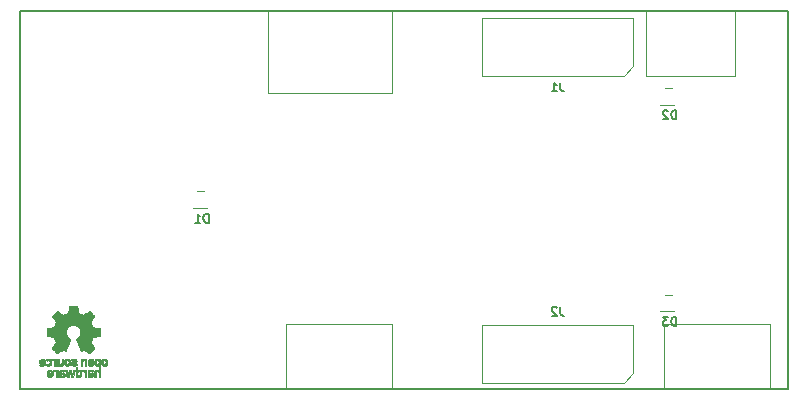
<source format=gbo>
G04 #@! TF.GenerationSoftware,KiCad,Pcbnew,(5.1.5-0-10_14)*
G04 #@! TF.CreationDate,2020-04-12T13:45:19-07:00*
G04 #@! TF.ProjectId,kimchi_usb_ulid,6b696d63-6869-45f7-9573-625f756c6964,v0.1*
G04 #@! TF.SameCoordinates,Original*
G04 #@! TF.FileFunction,Legend,Bot*
G04 #@! TF.FilePolarity,Positive*
%FSLAX46Y46*%
G04 Gerber Fmt 4.6, Leading zero omitted, Abs format (unit mm)*
G04 Created by KiCad (PCBNEW (5.1.5-0-10_14)) date 2020-04-12 13:45:19*
%MOMM*%
%LPD*%
G04 APERTURE LIST*
%ADD10C,0.100000*%
%ADD11C,0.150000*%
%ADD12C,0.120000*%
%ADD13C,0.010000*%
%ADD14R,0.551600X0.601600*%
%ADD15R,0.551600X0.501600*%
%ADD16C,1.701600*%
%ADD17R,1.701600X1.701600*%
%ADD18C,3.101600*%
%ADD19C,5.101600*%
%ADD20R,0.301600X1.601600*%
G04 APERTURE END LIST*
D10*
X170500000Y-120500000D02*
X161500000Y-120500000D01*
X170500000Y-126000000D02*
X170500000Y-120500000D01*
X161500000Y-126000000D02*
X170500000Y-126000000D01*
X161500000Y-120500000D02*
X161500000Y-126000000D01*
X138500000Y-120500000D02*
X129500000Y-120500000D01*
X138500000Y-126000000D02*
X138500000Y-120500000D01*
X129500000Y-126000000D02*
X138500000Y-126000000D01*
X129500000Y-120500000D02*
X129500000Y-126000000D01*
X138500000Y-94000000D02*
X128000000Y-94000000D01*
X138500000Y-101000000D02*
X138500000Y-94000000D01*
X128000000Y-101000000D02*
X138500000Y-101000000D01*
X128000000Y-94000000D02*
X128000000Y-101000000D01*
X167500000Y-94000000D02*
X160000000Y-94000000D01*
X167500000Y-99500000D02*
X167500000Y-94000000D01*
X160000000Y-99500000D02*
X167500000Y-99500000D01*
X160000000Y-94000000D02*
X160000000Y-99500000D01*
D11*
X107000000Y-126000000D02*
X107000000Y-94000000D01*
X172000000Y-126000000D02*
X107000000Y-126000000D01*
X172000000Y-94000000D02*
X172000000Y-126000000D01*
X107000000Y-94000000D02*
X172000000Y-94000000D01*
D12*
X162200000Y-118050000D02*
X161600000Y-118050000D01*
X161200000Y-119450000D02*
X161200000Y-119450000D01*
X162400000Y-119450000D02*
X161200000Y-119450000D01*
X162200000Y-100550000D02*
X161600000Y-100550000D01*
X161200000Y-101950000D02*
X161200000Y-101950000D01*
X162400000Y-101950000D02*
X161200000Y-101950000D01*
X122600000Y-109300000D02*
X122000000Y-109300000D01*
X121600000Y-110700000D02*
X121600000Y-110700000D01*
X122800000Y-110700000D02*
X121600000Y-110700000D01*
X146100000Y-125490000D02*
X158100000Y-125490000D01*
X146100000Y-120610000D02*
X146100000Y-125490000D01*
X158900000Y-120610000D02*
X146100000Y-120610000D01*
X158900000Y-124690000D02*
X158900000Y-120610000D01*
X158100000Y-125490000D02*
X158900000Y-124690000D01*
X146100000Y-99490000D02*
X158100000Y-99490000D01*
X146100000Y-94610000D02*
X146100000Y-99490000D01*
X158900000Y-94610000D02*
X146100000Y-94610000D01*
X158900000Y-98690000D02*
X158900000Y-94610000D01*
X158100000Y-99490000D02*
X158900000Y-98690000D01*
D13*
G36*
X111123036Y-119290018D02*
G01*
X111066188Y-119591570D01*
X110646662Y-119764512D01*
X110395016Y-119593395D01*
X110324542Y-119545750D01*
X110260837Y-119503210D01*
X110206874Y-119467715D01*
X110165627Y-119441210D01*
X110140066Y-119425636D01*
X110133105Y-119422278D01*
X110120565Y-119430914D01*
X110093769Y-119454792D01*
X110055720Y-119490859D01*
X110009421Y-119536067D01*
X109957877Y-119587364D01*
X109904091Y-119641701D01*
X109851065Y-119696028D01*
X109801805Y-119747295D01*
X109759313Y-119792451D01*
X109726593Y-119828446D01*
X109706649Y-119852230D01*
X109701881Y-119860190D01*
X109708743Y-119874865D01*
X109727980Y-119907014D01*
X109757570Y-119953492D01*
X109795490Y-120011156D01*
X109839718Y-120076860D01*
X109865346Y-120114336D01*
X109912059Y-120182768D01*
X109953568Y-120244520D01*
X109987860Y-120296519D01*
X110012920Y-120335692D01*
X110026736Y-120358965D01*
X110028812Y-120363855D01*
X110024105Y-120377755D01*
X110011277Y-120410150D01*
X109992262Y-120456485D01*
X109968997Y-120512206D01*
X109943416Y-120572758D01*
X109917455Y-120633586D01*
X109893050Y-120690136D01*
X109872137Y-120737852D01*
X109856651Y-120772181D01*
X109848528Y-120788568D01*
X109848048Y-120789212D01*
X109835293Y-120792341D01*
X109801323Y-120799321D01*
X109749660Y-120809467D01*
X109683824Y-120822092D01*
X109607336Y-120836509D01*
X109562710Y-120844823D01*
X109480979Y-120860384D01*
X109407157Y-120875192D01*
X109344979Y-120888436D01*
X109298178Y-120899305D01*
X109270491Y-120906989D01*
X109264926Y-120909427D01*
X109259474Y-120925930D01*
X109255076Y-120963200D01*
X109251728Y-121016880D01*
X109249426Y-121082612D01*
X109248168Y-121156037D01*
X109247952Y-121232796D01*
X109248773Y-121308532D01*
X109250629Y-121378886D01*
X109253518Y-121439500D01*
X109257435Y-121486016D01*
X109262378Y-121514075D01*
X109265343Y-121519916D01*
X109283066Y-121526917D01*
X109320619Y-121536927D01*
X109373036Y-121548769D01*
X109435348Y-121561267D01*
X109457100Y-121565310D01*
X109561976Y-121584520D01*
X109644820Y-121599991D01*
X109708370Y-121612337D01*
X109755363Y-121622173D01*
X109788537Y-121630114D01*
X109810629Y-121636776D01*
X109824376Y-121642773D01*
X109832516Y-121648719D01*
X109833655Y-121649894D01*
X109845023Y-121668826D01*
X109862365Y-121705669D01*
X109883950Y-121755913D01*
X109908046Y-121815046D01*
X109932921Y-121878556D01*
X109956843Y-121941932D01*
X109978081Y-122000662D01*
X109994903Y-122050235D01*
X110005578Y-122086139D01*
X110008373Y-122103862D01*
X110008140Y-122104483D01*
X109998669Y-122118970D01*
X109977182Y-122150844D01*
X109945937Y-122196789D01*
X109907193Y-122253485D01*
X109863207Y-122317617D01*
X109850681Y-122335842D01*
X109806016Y-122401914D01*
X109766712Y-122462200D01*
X109734912Y-122513235D01*
X109712755Y-122551560D01*
X109702383Y-122573711D01*
X109701881Y-122576432D01*
X109710595Y-122590736D01*
X109734675Y-122619072D01*
X109771024Y-122658396D01*
X109816547Y-122705661D01*
X109868148Y-122757823D01*
X109922733Y-122811835D01*
X109977206Y-122864653D01*
X110028471Y-122913231D01*
X110073433Y-122954523D01*
X110108996Y-122985485D01*
X110132065Y-123003070D01*
X110138446Y-123005941D01*
X110153301Y-122999178D01*
X110183714Y-122980939D01*
X110224732Y-122954297D01*
X110256291Y-122932852D01*
X110313475Y-122893503D01*
X110381194Y-122847171D01*
X110449120Y-122800913D01*
X110485639Y-122776155D01*
X110609248Y-122692547D01*
X110713009Y-122748650D01*
X110760280Y-122773228D01*
X110800477Y-122792331D01*
X110827674Y-122803227D01*
X110834598Y-122804743D01*
X110842923Y-122793549D01*
X110859346Y-122761917D01*
X110882643Y-122712765D01*
X110911586Y-122649010D01*
X110944950Y-122573571D01*
X110981509Y-122489364D01*
X111020036Y-122399308D01*
X111059306Y-122306321D01*
X111098092Y-122213320D01*
X111135170Y-122123223D01*
X111169311Y-122038948D01*
X111199292Y-121963413D01*
X111223884Y-121899534D01*
X111241864Y-121850231D01*
X111252003Y-121818421D01*
X111253634Y-121807496D01*
X111240709Y-121793561D01*
X111212411Y-121770940D01*
X111174654Y-121744333D01*
X111171485Y-121742228D01*
X111073900Y-121664114D01*
X110995214Y-121572982D01*
X110936109Y-121471745D01*
X110897268Y-121363318D01*
X110879372Y-121250614D01*
X110883103Y-121136548D01*
X110909143Y-121024034D01*
X110958175Y-120915985D01*
X110972600Y-120892345D01*
X111047631Y-120796887D01*
X111136270Y-120720232D01*
X111235451Y-120662780D01*
X111342105Y-120624929D01*
X111453164Y-120607078D01*
X111565561Y-120609625D01*
X111676227Y-120632970D01*
X111782094Y-120677510D01*
X111880095Y-120743645D01*
X111910410Y-120770487D01*
X111987562Y-120854512D01*
X112043782Y-120942966D01*
X112082347Y-121042115D01*
X112103826Y-121140303D01*
X112109128Y-121250697D01*
X112091448Y-121361640D01*
X112052581Y-121469381D01*
X111994323Y-121570169D01*
X111918469Y-121660256D01*
X111826817Y-121735892D01*
X111814772Y-121743864D01*
X111776611Y-121769974D01*
X111747601Y-121792595D01*
X111733732Y-121807039D01*
X111733531Y-121807496D01*
X111736508Y-121823121D01*
X111748311Y-121858582D01*
X111767714Y-121910962D01*
X111793488Y-121977345D01*
X111824409Y-122054814D01*
X111859249Y-122140450D01*
X111896783Y-122231337D01*
X111935783Y-122324559D01*
X111975023Y-122417197D01*
X112013276Y-122506335D01*
X112049317Y-122589055D01*
X112081917Y-122662441D01*
X112109852Y-122723575D01*
X112131895Y-122769541D01*
X112146818Y-122797421D01*
X112152828Y-122804743D01*
X112171191Y-122799041D01*
X112205552Y-122783749D01*
X112249984Y-122761599D01*
X112274417Y-122748650D01*
X112378178Y-122692547D01*
X112501787Y-122776155D01*
X112564886Y-122818987D01*
X112633970Y-122866122D01*
X112698707Y-122910503D01*
X112731134Y-122932852D01*
X112776741Y-122963477D01*
X112815360Y-122987747D01*
X112841952Y-123002587D01*
X112850590Y-123005724D01*
X112863161Y-122997261D01*
X112890984Y-122973636D01*
X112931361Y-122937302D01*
X112981595Y-122890711D01*
X113038988Y-122836317D01*
X113075286Y-122801392D01*
X113138790Y-122738996D01*
X113193673Y-122683188D01*
X113237714Y-122636354D01*
X113268695Y-122600882D01*
X113284398Y-122579161D01*
X113285905Y-122574752D01*
X113278914Y-122557985D01*
X113259594Y-122524082D01*
X113230091Y-122476476D01*
X113192545Y-122418599D01*
X113149100Y-122353884D01*
X113136745Y-122335842D01*
X113091727Y-122270267D01*
X113051340Y-122211228D01*
X113017840Y-122162042D01*
X112993486Y-122126028D01*
X112980536Y-122106502D01*
X112979285Y-122104483D01*
X112981156Y-122088922D01*
X112991087Y-122054709D01*
X113007347Y-122006355D01*
X113028205Y-121948371D01*
X113051927Y-121885270D01*
X113076784Y-121821563D01*
X113101042Y-121761761D01*
X113122971Y-121710376D01*
X113140838Y-121671919D01*
X113152913Y-121650902D01*
X113153771Y-121649894D01*
X113161154Y-121643888D01*
X113173625Y-121637948D01*
X113193920Y-121631460D01*
X113224778Y-121623809D01*
X113268934Y-121614380D01*
X113329126Y-121602559D01*
X113408093Y-121587729D01*
X113508570Y-121569277D01*
X113530325Y-121565310D01*
X113594802Y-121552853D01*
X113651011Y-121540666D01*
X113693987Y-121529926D01*
X113718760Y-121521809D01*
X113722082Y-121519916D01*
X113727556Y-121503138D01*
X113732006Y-121465645D01*
X113735428Y-121411794D01*
X113737819Y-121345944D01*
X113739177Y-121272453D01*
X113739499Y-121195680D01*
X113738781Y-121119983D01*
X113737021Y-121049720D01*
X113734216Y-120989250D01*
X113730362Y-120942930D01*
X113725457Y-120915119D01*
X113722500Y-120909427D01*
X113706037Y-120903686D01*
X113668551Y-120894345D01*
X113613775Y-120882215D01*
X113545445Y-120868107D01*
X113467294Y-120852830D01*
X113424716Y-120844823D01*
X113343929Y-120829721D01*
X113271887Y-120816040D01*
X113212111Y-120804467D01*
X113168121Y-120795687D01*
X113143439Y-120790387D01*
X113139377Y-120789212D01*
X113132511Y-120775965D01*
X113117998Y-120744057D01*
X113097771Y-120698047D01*
X113073766Y-120642492D01*
X113047918Y-120581953D01*
X113022160Y-120520986D01*
X112998427Y-120464151D01*
X112978654Y-120416006D01*
X112964776Y-120381110D01*
X112958726Y-120364021D01*
X112958614Y-120363274D01*
X112965472Y-120349793D01*
X112984698Y-120318770D01*
X113014272Y-120273289D01*
X113052173Y-120216432D01*
X113096380Y-120151283D01*
X113122079Y-120113862D01*
X113168907Y-120045247D01*
X113210499Y-119982952D01*
X113244825Y-119930129D01*
X113269857Y-119889927D01*
X113283565Y-119865500D01*
X113285544Y-119860024D01*
X113277034Y-119847278D01*
X113253507Y-119820063D01*
X113217968Y-119781428D01*
X113173423Y-119734423D01*
X113122877Y-119682095D01*
X113069336Y-119627495D01*
X113015805Y-119573670D01*
X112965289Y-119523670D01*
X112920794Y-119480543D01*
X112885325Y-119447339D01*
X112861887Y-119427106D01*
X112854046Y-119422278D01*
X112841280Y-119429067D01*
X112810744Y-119448142D01*
X112765410Y-119477561D01*
X112708244Y-119515381D01*
X112642216Y-119559661D01*
X112592410Y-119593395D01*
X112340764Y-119764512D01*
X112131001Y-119678041D01*
X111921237Y-119591570D01*
X111864389Y-119290018D01*
X111807540Y-118988466D01*
X111179885Y-118988466D01*
X111123036Y-119290018D01*
G37*
X111123036Y-119290018D02*
X111066188Y-119591570D01*
X110646662Y-119764512D01*
X110395016Y-119593395D01*
X110324542Y-119545750D01*
X110260837Y-119503210D01*
X110206874Y-119467715D01*
X110165627Y-119441210D01*
X110140066Y-119425636D01*
X110133105Y-119422278D01*
X110120565Y-119430914D01*
X110093769Y-119454792D01*
X110055720Y-119490859D01*
X110009421Y-119536067D01*
X109957877Y-119587364D01*
X109904091Y-119641701D01*
X109851065Y-119696028D01*
X109801805Y-119747295D01*
X109759313Y-119792451D01*
X109726593Y-119828446D01*
X109706649Y-119852230D01*
X109701881Y-119860190D01*
X109708743Y-119874865D01*
X109727980Y-119907014D01*
X109757570Y-119953492D01*
X109795490Y-120011156D01*
X109839718Y-120076860D01*
X109865346Y-120114336D01*
X109912059Y-120182768D01*
X109953568Y-120244520D01*
X109987860Y-120296519D01*
X110012920Y-120335692D01*
X110026736Y-120358965D01*
X110028812Y-120363855D01*
X110024105Y-120377755D01*
X110011277Y-120410150D01*
X109992262Y-120456485D01*
X109968997Y-120512206D01*
X109943416Y-120572758D01*
X109917455Y-120633586D01*
X109893050Y-120690136D01*
X109872137Y-120737852D01*
X109856651Y-120772181D01*
X109848528Y-120788568D01*
X109848048Y-120789212D01*
X109835293Y-120792341D01*
X109801323Y-120799321D01*
X109749660Y-120809467D01*
X109683824Y-120822092D01*
X109607336Y-120836509D01*
X109562710Y-120844823D01*
X109480979Y-120860384D01*
X109407157Y-120875192D01*
X109344979Y-120888436D01*
X109298178Y-120899305D01*
X109270491Y-120906989D01*
X109264926Y-120909427D01*
X109259474Y-120925930D01*
X109255076Y-120963200D01*
X109251728Y-121016880D01*
X109249426Y-121082612D01*
X109248168Y-121156037D01*
X109247952Y-121232796D01*
X109248773Y-121308532D01*
X109250629Y-121378886D01*
X109253518Y-121439500D01*
X109257435Y-121486016D01*
X109262378Y-121514075D01*
X109265343Y-121519916D01*
X109283066Y-121526917D01*
X109320619Y-121536927D01*
X109373036Y-121548769D01*
X109435348Y-121561267D01*
X109457100Y-121565310D01*
X109561976Y-121584520D01*
X109644820Y-121599991D01*
X109708370Y-121612337D01*
X109755363Y-121622173D01*
X109788537Y-121630114D01*
X109810629Y-121636776D01*
X109824376Y-121642773D01*
X109832516Y-121648719D01*
X109833655Y-121649894D01*
X109845023Y-121668826D01*
X109862365Y-121705669D01*
X109883950Y-121755913D01*
X109908046Y-121815046D01*
X109932921Y-121878556D01*
X109956843Y-121941932D01*
X109978081Y-122000662D01*
X109994903Y-122050235D01*
X110005578Y-122086139D01*
X110008373Y-122103862D01*
X110008140Y-122104483D01*
X109998669Y-122118970D01*
X109977182Y-122150844D01*
X109945937Y-122196789D01*
X109907193Y-122253485D01*
X109863207Y-122317617D01*
X109850681Y-122335842D01*
X109806016Y-122401914D01*
X109766712Y-122462200D01*
X109734912Y-122513235D01*
X109712755Y-122551560D01*
X109702383Y-122573711D01*
X109701881Y-122576432D01*
X109710595Y-122590736D01*
X109734675Y-122619072D01*
X109771024Y-122658396D01*
X109816547Y-122705661D01*
X109868148Y-122757823D01*
X109922733Y-122811835D01*
X109977206Y-122864653D01*
X110028471Y-122913231D01*
X110073433Y-122954523D01*
X110108996Y-122985485D01*
X110132065Y-123003070D01*
X110138446Y-123005941D01*
X110153301Y-122999178D01*
X110183714Y-122980939D01*
X110224732Y-122954297D01*
X110256291Y-122932852D01*
X110313475Y-122893503D01*
X110381194Y-122847171D01*
X110449120Y-122800913D01*
X110485639Y-122776155D01*
X110609248Y-122692547D01*
X110713009Y-122748650D01*
X110760280Y-122773228D01*
X110800477Y-122792331D01*
X110827674Y-122803227D01*
X110834598Y-122804743D01*
X110842923Y-122793549D01*
X110859346Y-122761917D01*
X110882643Y-122712765D01*
X110911586Y-122649010D01*
X110944950Y-122573571D01*
X110981509Y-122489364D01*
X111020036Y-122399308D01*
X111059306Y-122306321D01*
X111098092Y-122213320D01*
X111135170Y-122123223D01*
X111169311Y-122038948D01*
X111199292Y-121963413D01*
X111223884Y-121899534D01*
X111241864Y-121850231D01*
X111252003Y-121818421D01*
X111253634Y-121807496D01*
X111240709Y-121793561D01*
X111212411Y-121770940D01*
X111174654Y-121744333D01*
X111171485Y-121742228D01*
X111073900Y-121664114D01*
X110995214Y-121572982D01*
X110936109Y-121471745D01*
X110897268Y-121363318D01*
X110879372Y-121250614D01*
X110883103Y-121136548D01*
X110909143Y-121024034D01*
X110958175Y-120915985D01*
X110972600Y-120892345D01*
X111047631Y-120796887D01*
X111136270Y-120720232D01*
X111235451Y-120662780D01*
X111342105Y-120624929D01*
X111453164Y-120607078D01*
X111565561Y-120609625D01*
X111676227Y-120632970D01*
X111782094Y-120677510D01*
X111880095Y-120743645D01*
X111910410Y-120770487D01*
X111987562Y-120854512D01*
X112043782Y-120942966D01*
X112082347Y-121042115D01*
X112103826Y-121140303D01*
X112109128Y-121250697D01*
X112091448Y-121361640D01*
X112052581Y-121469381D01*
X111994323Y-121570169D01*
X111918469Y-121660256D01*
X111826817Y-121735892D01*
X111814772Y-121743864D01*
X111776611Y-121769974D01*
X111747601Y-121792595D01*
X111733732Y-121807039D01*
X111733531Y-121807496D01*
X111736508Y-121823121D01*
X111748311Y-121858582D01*
X111767714Y-121910962D01*
X111793488Y-121977345D01*
X111824409Y-122054814D01*
X111859249Y-122140450D01*
X111896783Y-122231337D01*
X111935783Y-122324559D01*
X111975023Y-122417197D01*
X112013276Y-122506335D01*
X112049317Y-122589055D01*
X112081917Y-122662441D01*
X112109852Y-122723575D01*
X112131895Y-122769541D01*
X112146818Y-122797421D01*
X112152828Y-122804743D01*
X112171191Y-122799041D01*
X112205552Y-122783749D01*
X112249984Y-122761599D01*
X112274417Y-122748650D01*
X112378178Y-122692547D01*
X112501787Y-122776155D01*
X112564886Y-122818987D01*
X112633970Y-122866122D01*
X112698707Y-122910503D01*
X112731134Y-122932852D01*
X112776741Y-122963477D01*
X112815360Y-122987747D01*
X112841952Y-123002587D01*
X112850590Y-123005724D01*
X112863161Y-122997261D01*
X112890984Y-122973636D01*
X112931361Y-122937302D01*
X112981595Y-122890711D01*
X113038988Y-122836317D01*
X113075286Y-122801392D01*
X113138790Y-122738996D01*
X113193673Y-122683188D01*
X113237714Y-122636354D01*
X113268695Y-122600882D01*
X113284398Y-122579161D01*
X113285905Y-122574752D01*
X113278914Y-122557985D01*
X113259594Y-122524082D01*
X113230091Y-122476476D01*
X113192545Y-122418599D01*
X113149100Y-122353884D01*
X113136745Y-122335842D01*
X113091727Y-122270267D01*
X113051340Y-122211228D01*
X113017840Y-122162042D01*
X112993486Y-122126028D01*
X112980536Y-122106502D01*
X112979285Y-122104483D01*
X112981156Y-122088922D01*
X112991087Y-122054709D01*
X113007347Y-122006355D01*
X113028205Y-121948371D01*
X113051927Y-121885270D01*
X113076784Y-121821563D01*
X113101042Y-121761761D01*
X113122971Y-121710376D01*
X113140838Y-121671919D01*
X113152913Y-121650902D01*
X113153771Y-121649894D01*
X113161154Y-121643888D01*
X113173625Y-121637948D01*
X113193920Y-121631460D01*
X113224778Y-121623809D01*
X113268934Y-121614380D01*
X113329126Y-121602559D01*
X113408093Y-121587729D01*
X113508570Y-121569277D01*
X113530325Y-121565310D01*
X113594802Y-121552853D01*
X113651011Y-121540666D01*
X113693987Y-121529926D01*
X113718760Y-121521809D01*
X113722082Y-121519916D01*
X113727556Y-121503138D01*
X113732006Y-121465645D01*
X113735428Y-121411794D01*
X113737819Y-121345944D01*
X113739177Y-121272453D01*
X113739499Y-121195680D01*
X113738781Y-121119983D01*
X113737021Y-121049720D01*
X113734216Y-120989250D01*
X113730362Y-120942930D01*
X113725457Y-120915119D01*
X113722500Y-120909427D01*
X113706037Y-120903686D01*
X113668551Y-120894345D01*
X113613775Y-120882215D01*
X113545445Y-120868107D01*
X113467294Y-120852830D01*
X113424716Y-120844823D01*
X113343929Y-120829721D01*
X113271887Y-120816040D01*
X113212111Y-120804467D01*
X113168121Y-120795687D01*
X113143439Y-120790387D01*
X113139377Y-120789212D01*
X113132511Y-120775965D01*
X113117998Y-120744057D01*
X113097771Y-120698047D01*
X113073766Y-120642492D01*
X113047918Y-120581953D01*
X113022160Y-120520986D01*
X112998427Y-120464151D01*
X112978654Y-120416006D01*
X112964776Y-120381110D01*
X112958726Y-120364021D01*
X112958614Y-120363274D01*
X112965472Y-120349793D01*
X112984698Y-120318770D01*
X113014272Y-120273289D01*
X113052173Y-120216432D01*
X113096380Y-120151283D01*
X113122079Y-120113862D01*
X113168907Y-120045247D01*
X113210499Y-119982952D01*
X113244825Y-119930129D01*
X113269857Y-119889927D01*
X113283565Y-119865500D01*
X113285544Y-119860024D01*
X113277034Y-119847278D01*
X113253507Y-119820063D01*
X113217968Y-119781428D01*
X113173423Y-119734423D01*
X113122877Y-119682095D01*
X113069336Y-119627495D01*
X113015805Y-119573670D01*
X112965289Y-119523670D01*
X112920794Y-119480543D01*
X112885325Y-119447339D01*
X112861887Y-119427106D01*
X112854046Y-119422278D01*
X112841280Y-119429067D01*
X112810744Y-119448142D01*
X112765410Y-119477561D01*
X112708244Y-119515381D01*
X112642216Y-119559661D01*
X112592410Y-119593395D01*
X112340764Y-119764512D01*
X112131001Y-119678041D01*
X111921237Y-119591570D01*
X111864389Y-119290018D01*
X111807540Y-118988466D01*
X111179885Y-118988466D01*
X111123036Y-119290018D01*
G36*
X109700540Y-123458030D02*
G01*
X109657289Y-123471245D01*
X109629442Y-123487941D01*
X109620371Y-123501145D01*
X109622868Y-123516797D01*
X109639069Y-123541385D01*
X109652768Y-123558800D01*
X109681008Y-123590283D01*
X109702225Y-123603529D01*
X109720312Y-123602664D01*
X109773965Y-123589010D01*
X109813370Y-123589630D01*
X109845368Y-123605104D01*
X109856110Y-123614161D01*
X109890495Y-123646027D01*
X109890495Y-124062179D01*
X110028812Y-124062179D01*
X110028812Y-123458614D01*
X109959653Y-123458614D01*
X109918131Y-123460256D01*
X109896709Y-123466087D01*
X109890498Y-123477461D01*
X109890495Y-123477798D01*
X109887561Y-123489713D01*
X109874296Y-123488159D01*
X109855916Y-123479563D01*
X109817954Y-123463568D01*
X109787128Y-123453945D01*
X109747464Y-123451478D01*
X109700540Y-123458030D01*
G37*
X109700540Y-123458030D02*
X109657289Y-123471245D01*
X109629442Y-123487941D01*
X109620371Y-123501145D01*
X109622868Y-123516797D01*
X109639069Y-123541385D01*
X109652768Y-123558800D01*
X109681008Y-123590283D01*
X109702225Y-123603529D01*
X109720312Y-123602664D01*
X109773965Y-123589010D01*
X109813370Y-123589630D01*
X109845368Y-123605104D01*
X109856110Y-123614161D01*
X109890495Y-123646027D01*
X109890495Y-124062179D01*
X110028812Y-124062179D01*
X110028812Y-123458614D01*
X109959653Y-123458614D01*
X109918131Y-123460256D01*
X109896709Y-123466087D01*
X109890498Y-123477461D01*
X109890495Y-123477798D01*
X109887561Y-123489713D01*
X109874296Y-123488159D01*
X109855916Y-123479563D01*
X109817954Y-123463568D01*
X109787128Y-123453945D01*
X109747464Y-123451478D01*
X109700540Y-123458030D01*
G36*
X112254012Y-123469002D02*
G01*
X112222717Y-123483950D01*
X112192409Y-123505541D01*
X112169318Y-123530391D01*
X112152500Y-123562087D01*
X112141006Y-123604214D01*
X112133891Y-123660358D01*
X112130207Y-123734106D01*
X112129008Y-123829044D01*
X112128989Y-123838985D01*
X112128713Y-124062179D01*
X112267030Y-124062179D01*
X112267030Y-123856418D01*
X112267128Y-123780189D01*
X112267809Y-123724939D01*
X112269651Y-123686501D01*
X112273233Y-123660706D01*
X112279132Y-123643384D01*
X112287927Y-123630368D01*
X112300180Y-123617507D01*
X112343047Y-123589873D01*
X112389843Y-123584745D01*
X112434424Y-123602217D01*
X112449928Y-123615221D01*
X112461310Y-123627447D01*
X112469481Y-123640540D01*
X112474974Y-123658615D01*
X112478320Y-123685787D01*
X112480051Y-123726170D01*
X112480697Y-123783879D01*
X112480792Y-123854132D01*
X112480792Y-124062179D01*
X112619109Y-124062179D01*
X112619109Y-123458614D01*
X112549950Y-123458614D01*
X112508428Y-123460256D01*
X112487006Y-123466087D01*
X112480795Y-123477461D01*
X112480792Y-123477798D01*
X112477910Y-123488938D01*
X112465199Y-123487674D01*
X112439926Y-123475434D01*
X112382605Y-123457424D01*
X112317037Y-123455421D01*
X112254012Y-123469002D01*
G37*
X112254012Y-123469002D02*
X112222717Y-123483950D01*
X112192409Y-123505541D01*
X112169318Y-123530391D01*
X112152500Y-123562087D01*
X112141006Y-123604214D01*
X112133891Y-123660358D01*
X112130207Y-123734106D01*
X112129008Y-123829044D01*
X112128989Y-123838985D01*
X112128713Y-124062179D01*
X112267030Y-124062179D01*
X112267030Y-123856418D01*
X112267128Y-123780189D01*
X112267809Y-123724939D01*
X112269651Y-123686501D01*
X112273233Y-123660706D01*
X112279132Y-123643384D01*
X112287927Y-123630368D01*
X112300180Y-123617507D01*
X112343047Y-123589873D01*
X112389843Y-123584745D01*
X112434424Y-123602217D01*
X112449928Y-123615221D01*
X112461310Y-123627447D01*
X112469481Y-123640540D01*
X112474974Y-123658615D01*
X112478320Y-123685787D01*
X112480051Y-123726170D01*
X112480697Y-123783879D01*
X112480792Y-123854132D01*
X112480792Y-124062179D01*
X112619109Y-124062179D01*
X112619109Y-123458614D01*
X112549950Y-123458614D01*
X112508428Y-123460256D01*
X112487006Y-123466087D01*
X112480795Y-123477461D01*
X112480792Y-123477798D01*
X112477910Y-123488938D01*
X112465199Y-123487674D01*
X112439926Y-123475434D01*
X112382605Y-123457424D01*
X112317037Y-123455421D01*
X112254012Y-123469002D01*
G36*
X108822102Y-123456457D02*
G01*
X108789904Y-123464279D01*
X108728175Y-123492921D01*
X108675390Y-123536667D01*
X108638859Y-123589117D01*
X108633840Y-123600893D01*
X108626955Y-123631740D01*
X108622136Y-123677371D01*
X108620495Y-123723492D01*
X108620495Y-123810693D01*
X108802822Y-123810693D01*
X108878021Y-123810978D01*
X108930997Y-123812704D01*
X108964675Y-123817181D01*
X108981980Y-123825720D01*
X108985837Y-123839630D01*
X108979171Y-123860222D01*
X108967230Y-123884315D01*
X108933920Y-123924525D01*
X108887632Y-123944558D01*
X108831056Y-123943905D01*
X108766969Y-123922101D01*
X108711583Y-123895193D01*
X108665625Y-123931532D01*
X108619667Y-123967872D01*
X108662904Y-124007819D01*
X108720626Y-124045563D01*
X108791614Y-124068320D01*
X108867971Y-124074688D01*
X108941801Y-124063268D01*
X108953713Y-124059393D01*
X109018601Y-124025506D01*
X109066870Y-123974986D01*
X109099535Y-123906325D01*
X109117615Y-123818014D01*
X109117825Y-123816121D01*
X109119444Y-123719878D01*
X109112900Y-123685542D01*
X108985148Y-123685542D01*
X108973416Y-123690822D01*
X108941562Y-123694867D01*
X108894603Y-123697176D01*
X108864846Y-123697525D01*
X108809352Y-123697306D01*
X108774654Y-123695916D01*
X108756399Y-123692251D01*
X108750234Y-123685210D01*
X108751805Y-123673690D01*
X108753122Y-123669233D01*
X108775618Y-123627355D01*
X108810997Y-123593604D01*
X108842220Y-123578773D01*
X108883699Y-123579668D01*
X108925731Y-123598164D01*
X108960988Y-123628786D01*
X108982146Y-123666062D01*
X108985148Y-123685542D01*
X109112900Y-123685542D01*
X109103310Y-123635229D01*
X109071302Y-123564191D01*
X109025299Y-123508779D01*
X108967179Y-123471009D01*
X108898820Y-123452896D01*
X108822102Y-123456457D01*
G37*
X108822102Y-123456457D02*
X108789904Y-123464279D01*
X108728175Y-123492921D01*
X108675390Y-123536667D01*
X108638859Y-123589117D01*
X108633840Y-123600893D01*
X108626955Y-123631740D01*
X108622136Y-123677371D01*
X108620495Y-123723492D01*
X108620495Y-123810693D01*
X108802822Y-123810693D01*
X108878021Y-123810978D01*
X108930997Y-123812704D01*
X108964675Y-123817181D01*
X108981980Y-123825720D01*
X108985837Y-123839630D01*
X108979171Y-123860222D01*
X108967230Y-123884315D01*
X108933920Y-123924525D01*
X108887632Y-123944558D01*
X108831056Y-123943905D01*
X108766969Y-123922101D01*
X108711583Y-123895193D01*
X108665625Y-123931532D01*
X108619667Y-123967872D01*
X108662904Y-124007819D01*
X108720626Y-124045563D01*
X108791614Y-124068320D01*
X108867971Y-124074688D01*
X108941801Y-124063268D01*
X108953713Y-124059393D01*
X109018601Y-124025506D01*
X109066870Y-123974986D01*
X109099535Y-123906325D01*
X109117615Y-123818014D01*
X109117825Y-123816121D01*
X109119444Y-123719878D01*
X109112900Y-123685542D01*
X108985148Y-123685542D01*
X108973416Y-123690822D01*
X108941562Y-123694867D01*
X108894603Y-123697176D01*
X108864846Y-123697525D01*
X108809352Y-123697306D01*
X108774654Y-123695916D01*
X108756399Y-123692251D01*
X108750234Y-123685210D01*
X108751805Y-123673690D01*
X108753122Y-123669233D01*
X108775618Y-123627355D01*
X108810997Y-123593604D01*
X108842220Y-123578773D01*
X108883699Y-123579668D01*
X108925731Y-123598164D01*
X108960988Y-123628786D01*
X108982146Y-123666062D01*
X108985148Y-123685542D01*
X109112900Y-123685542D01*
X109103310Y-123635229D01*
X109071302Y-123564191D01*
X109025299Y-123508779D01*
X108967179Y-123471009D01*
X108898820Y-123452896D01*
X108822102Y-123456457D01*
G36*
X109282774Y-123463880D02*
G01*
X109209920Y-123494830D01*
X109186973Y-123509895D01*
X109157646Y-123533048D01*
X109139236Y-123551253D01*
X109136039Y-123557183D01*
X109145065Y-123570340D01*
X109168163Y-123592667D01*
X109186656Y-123608250D01*
X109237272Y-123648926D01*
X109277240Y-123615295D01*
X109308126Y-123593584D01*
X109338241Y-123586090D01*
X109372708Y-123587920D01*
X109427439Y-123601528D01*
X109465114Y-123629772D01*
X109488009Y-123675433D01*
X109498403Y-123741289D01*
X109498405Y-123741331D01*
X109497506Y-123814939D01*
X109483537Y-123868946D01*
X109455672Y-123905716D01*
X109436675Y-123918168D01*
X109386224Y-123933673D01*
X109332337Y-123933683D01*
X109285454Y-123918638D01*
X109274356Y-123911287D01*
X109246524Y-123892511D01*
X109224764Y-123889434D01*
X109201296Y-123903409D01*
X109175351Y-123928510D01*
X109134284Y-123970880D01*
X109179879Y-124008464D01*
X109250326Y-124050882D01*
X109329767Y-124071785D01*
X109412785Y-124070272D01*
X109467306Y-124056411D01*
X109531030Y-124022135D01*
X109581995Y-123968212D01*
X109605149Y-123930149D01*
X109623901Y-123875536D01*
X109633285Y-123806369D01*
X109633357Y-123731407D01*
X109624176Y-123659409D01*
X109605801Y-123599137D01*
X109602907Y-123592958D01*
X109560048Y-123532351D01*
X109502021Y-123488224D01*
X109433409Y-123461493D01*
X109358799Y-123453073D01*
X109282774Y-123463880D01*
G37*
X109282774Y-123463880D02*
X109209920Y-123494830D01*
X109186973Y-123509895D01*
X109157646Y-123533048D01*
X109139236Y-123551253D01*
X109136039Y-123557183D01*
X109145065Y-123570340D01*
X109168163Y-123592667D01*
X109186656Y-123608250D01*
X109237272Y-123648926D01*
X109277240Y-123615295D01*
X109308126Y-123593584D01*
X109338241Y-123586090D01*
X109372708Y-123587920D01*
X109427439Y-123601528D01*
X109465114Y-123629772D01*
X109488009Y-123675433D01*
X109498403Y-123741289D01*
X109498405Y-123741331D01*
X109497506Y-123814939D01*
X109483537Y-123868946D01*
X109455672Y-123905716D01*
X109436675Y-123918168D01*
X109386224Y-123933673D01*
X109332337Y-123933683D01*
X109285454Y-123918638D01*
X109274356Y-123911287D01*
X109246524Y-123892511D01*
X109224764Y-123889434D01*
X109201296Y-123903409D01*
X109175351Y-123928510D01*
X109134284Y-123970880D01*
X109179879Y-124008464D01*
X109250326Y-124050882D01*
X109329767Y-124071785D01*
X109412785Y-124070272D01*
X109467306Y-124056411D01*
X109531030Y-124022135D01*
X109581995Y-123968212D01*
X109605149Y-123930149D01*
X109623901Y-123875536D01*
X109633285Y-123806369D01*
X109633357Y-123731407D01*
X109624176Y-123659409D01*
X109605801Y-123599137D01*
X109602907Y-123592958D01*
X109560048Y-123532351D01*
X109502021Y-123488224D01*
X109433409Y-123461493D01*
X109358799Y-123453073D01*
X109282774Y-123463880D01*
G36*
X110506633Y-123654342D02*
G01*
X110505445Y-123746563D01*
X110501103Y-123816610D01*
X110492442Y-123867381D01*
X110478296Y-123901772D01*
X110457500Y-123922679D01*
X110428890Y-123933000D01*
X110393465Y-123935636D01*
X110356364Y-123932682D01*
X110328182Y-123921889D01*
X110307757Y-123900360D01*
X110293921Y-123865199D01*
X110285509Y-123813510D01*
X110281357Y-123742394D01*
X110280297Y-123654342D01*
X110280297Y-123458614D01*
X110141980Y-123458614D01*
X110141980Y-124062179D01*
X110211138Y-124062179D01*
X110252830Y-124060489D01*
X110274299Y-124054556D01*
X110280297Y-124043293D01*
X110283909Y-124033261D01*
X110298286Y-124035383D01*
X110327264Y-124049580D01*
X110393681Y-124071480D01*
X110464125Y-124069928D01*
X110531623Y-124046147D01*
X110563767Y-124027362D01*
X110588285Y-124007022D01*
X110606196Y-123981573D01*
X110618521Y-123947458D01*
X110626277Y-123901121D01*
X110630484Y-123839007D01*
X110632160Y-123757561D01*
X110632376Y-123694578D01*
X110632376Y-123458614D01*
X110506633Y-123458614D01*
X110506633Y-123654342D01*
G37*
X110506633Y-123654342D02*
X110505445Y-123746563D01*
X110501103Y-123816610D01*
X110492442Y-123867381D01*
X110478296Y-123901772D01*
X110457500Y-123922679D01*
X110428890Y-123933000D01*
X110393465Y-123935636D01*
X110356364Y-123932682D01*
X110328182Y-123921889D01*
X110307757Y-123900360D01*
X110293921Y-123865199D01*
X110285509Y-123813510D01*
X110281357Y-123742394D01*
X110280297Y-123654342D01*
X110280297Y-123458614D01*
X110141980Y-123458614D01*
X110141980Y-124062179D01*
X110211138Y-124062179D01*
X110252830Y-124060489D01*
X110274299Y-124054556D01*
X110280297Y-124043293D01*
X110283909Y-124033261D01*
X110298286Y-124035383D01*
X110327264Y-124049580D01*
X110393681Y-124071480D01*
X110464125Y-124069928D01*
X110531623Y-124046147D01*
X110563767Y-124027362D01*
X110588285Y-124007022D01*
X110606196Y-123981573D01*
X110618521Y-123947458D01*
X110626277Y-123901121D01*
X110630484Y-123839007D01*
X110632160Y-123757561D01*
X110632376Y-123694578D01*
X110632376Y-123458614D01*
X110506633Y-123458614D01*
X110506633Y-123654342D01*
G36*
X110889238Y-123466055D02*
G01*
X110825637Y-123500692D01*
X110775877Y-123555372D01*
X110752432Y-123599842D01*
X110742366Y-123639121D01*
X110735844Y-123695116D01*
X110733049Y-123759621D01*
X110734164Y-123824429D01*
X110739374Y-123881334D01*
X110745459Y-123911727D01*
X110765986Y-123953306D01*
X110801537Y-123997468D01*
X110844381Y-124036087D01*
X110886789Y-124061034D01*
X110887823Y-124061430D01*
X110940447Y-124072331D01*
X111002812Y-124072601D01*
X111062076Y-124062676D01*
X111084960Y-124054722D01*
X111143898Y-124021300D01*
X111186110Y-123977511D01*
X111213844Y-123919538D01*
X111229349Y-123843565D01*
X111232857Y-123803771D01*
X111232410Y-123753766D01*
X111097624Y-123753766D01*
X111093083Y-123826732D01*
X111080014Y-123882334D01*
X111059244Y-123917861D01*
X111044448Y-123928020D01*
X111006536Y-123935104D01*
X110961473Y-123933007D01*
X110922513Y-123922812D01*
X110912296Y-123917204D01*
X110885341Y-123884538D01*
X110867549Y-123834545D01*
X110859976Y-123773705D01*
X110863675Y-123708497D01*
X110871943Y-123669253D01*
X110895680Y-123623805D01*
X110933151Y-123595396D01*
X110978280Y-123585573D01*
X111024989Y-123595887D01*
X111060868Y-123621112D01*
X111079723Y-123641925D01*
X111090728Y-123662439D01*
X111095974Y-123690203D01*
X111097551Y-123732762D01*
X111097624Y-123753766D01*
X111232410Y-123753766D01*
X111231906Y-123697580D01*
X111214612Y-123610501D01*
X111180971Y-123542530D01*
X111130982Y-123493664D01*
X111064644Y-123463899D01*
X111050399Y-123460448D01*
X110964790Y-123452345D01*
X110889238Y-123466055D01*
G37*
X110889238Y-123466055D02*
X110825637Y-123500692D01*
X110775877Y-123555372D01*
X110752432Y-123599842D01*
X110742366Y-123639121D01*
X110735844Y-123695116D01*
X110733049Y-123759621D01*
X110734164Y-123824429D01*
X110739374Y-123881334D01*
X110745459Y-123911727D01*
X110765986Y-123953306D01*
X110801537Y-123997468D01*
X110844381Y-124036087D01*
X110886789Y-124061034D01*
X110887823Y-124061430D01*
X110940447Y-124072331D01*
X111002812Y-124072601D01*
X111062076Y-124062676D01*
X111084960Y-124054722D01*
X111143898Y-124021300D01*
X111186110Y-123977511D01*
X111213844Y-123919538D01*
X111229349Y-123843565D01*
X111232857Y-123803771D01*
X111232410Y-123753766D01*
X111097624Y-123753766D01*
X111093083Y-123826732D01*
X111080014Y-123882334D01*
X111059244Y-123917861D01*
X111044448Y-123928020D01*
X111006536Y-123935104D01*
X110961473Y-123933007D01*
X110922513Y-123922812D01*
X110912296Y-123917204D01*
X110885341Y-123884538D01*
X110867549Y-123834545D01*
X110859976Y-123773705D01*
X110863675Y-123708497D01*
X110871943Y-123669253D01*
X110895680Y-123623805D01*
X110933151Y-123595396D01*
X110978280Y-123585573D01*
X111024989Y-123595887D01*
X111060868Y-123621112D01*
X111079723Y-123641925D01*
X111090728Y-123662439D01*
X111095974Y-123690203D01*
X111097551Y-123732762D01*
X111097624Y-123753766D01*
X111232410Y-123753766D01*
X111231906Y-123697580D01*
X111214612Y-123610501D01*
X111180971Y-123542530D01*
X111130982Y-123493664D01*
X111064644Y-123463899D01*
X111050399Y-123460448D01*
X110964790Y-123452345D01*
X110889238Y-123466055D01*
G36*
X111485983Y-123456452D02*
G01*
X111438366Y-123465482D01*
X111388966Y-123484370D01*
X111383688Y-123486777D01*
X111346226Y-123506476D01*
X111320283Y-123524781D01*
X111311897Y-123536508D01*
X111319883Y-123555632D01*
X111339280Y-123583850D01*
X111347890Y-123594384D01*
X111383372Y-123635847D01*
X111429115Y-123608858D01*
X111472650Y-123590878D01*
X111522950Y-123581267D01*
X111571188Y-123580660D01*
X111608533Y-123589691D01*
X111617495Y-123595327D01*
X111634563Y-123621171D01*
X111636637Y-123650941D01*
X111623866Y-123674197D01*
X111616312Y-123678708D01*
X111593675Y-123684309D01*
X111553885Y-123690892D01*
X111504834Y-123697183D01*
X111495785Y-123698170D01*
X111417004Y-123711798D01*
X111359864Y-123734946D01*
X111321970Y-123769752D01*
X111300921Y-123818354D01*
X111294365Y-123877718D01*
X111303423Y-123945198D01*
X111332836Y-123998188D01*
X111382722Y-124036783D01*
X111453200Y-124061081D01*
X111531435Y-124070667D01*
X111595234Y-124070552D01*
X111646984Y-124061845D01*
X111682327Y-124049825D01*
X111726983Y-124028880D01*
X111768253Y-124004574D01*
X111782921Y-123993876D01*
X111820643Y-123963084D01*
X111775148Y-123917049D01*
X111729653Y-123871013D01*
X111677928Y-123905243D01*
X111626048Y-123930952D01*
X111570649Y-123944399D01*
X111517395Y-123945818D01*
X111471951Y-123935443D01*
X111439984Y-123913507D01*
X111429662Y-123894998D01*
X111431211Y-123865314D01*
X111456860Y-123842615D01*
X111506540Y-123826940D01*
X111560969Y-123819695D01*
X111644736Y-123805873D01*
X111706967Y-123779796D01*
X111748493Y-123740699D01*
X111770147Y-123687820D01*
X111773147Y-123625126D01*
X111758329Y-123559642D01*
X111724546Y-123510144D01*
X111671495Y-123476408D01*
X111598874Y-123458207D01*
X111545072Y-123454639D01*
X111485983Y-123456452D01*
G37*
X111485983Y-123456452D02*
X111438366Y-123465482D01*
X111388966Y-123484370D01*
X111383688Y-123486777D01*
X111346226Y-123506476D01*
X111320283Y-123524781D01*
X111311897Y-123536508D01*
X111319883Y-123555632D01*
X111339280Y-123583850D01*
X111347890Y-123594384D01*
X111383372Y-123635847D01*
X111429115Y-123608858D01*
X111472650Y-123590878D01*
X111522950Y-123581267D01*
X111571188Y-123580660D01*
X111608533Y-123589691D01*
X111617495Y-123595327D01*
X111634563Y-123621171D01*
X111636637Y-123650941D01*
X111623866Y-123674197D01*
X111616312Y-123678708D01*
X111593675Y-123684309D01*
X111553885Y-123690892D01*
X111504834Y-123697183D01*
X111495785Y-123698170D01*
X111417004Y-123711798D01*
X111359864Y-123734946D01*
X111321970Y-123769752D01*
X111300921Y-123818354D01*
X111294365Y-123877718D01*
X111303423Y-123945198D01*
X111332836Y-123998188D01*
X111382722Y-124036783D01*
X111453200Y-124061081D01*
X111531435Y-124070667D01*
X111595234Y-124070552D01*
X111646984Y-124061845D01*
X111682327Y-124049825D01*
X111726983Y-124028880D01*
X111768253Y-124004574D01*
X111782921Y-123993876D01*
X111820643Y-123963084D01*
X111775148Y-123917049D01*
X111729653Y-123871013D01*
X111677928Y-123905243D01*
X111626048Y-123930952D01*
X111570649Y-123944399D01*
X111517395Y-123945818D01*
X111471951Y-123935443D01*
X111439984Y-123913507D01*
X111429662Y-123894998D01*
X111431211Y-123865314D01*
X111456860Y-123842615D01*
X111506540Y-123826940D01*
X111560969Y-123819695D01*
X111644736Y-123805873D01*
X111706967Y-123779796D01*
X111748493Y-123740699D01*
X111770147Y-123687820D01*
X111773147Y-123625126D01*
X111758329Y-123559642D01*
X111724546Y-123510144D01*
X111671495Y-123476408D01*
X111598874Y-123458207D01*
X111545072Y-123454639D01*
X111485983Y-123456452D01*
G36*
X112856699Y-123472614D02*
G01*
X112844168Y-123478514D01*
X112800799Y-123510283D01*
X112759790Y-123556646D01*
X112729168Y-123607696D01*
X112720459Y-123631166D01*
X112712512Y-123673091D01*
X112707774Y-123723757D01*
X112707199Y-123744679D01*
X112707129Y-123810693D01*
X113087083Y-123810693D01*
X113078983Y-123845273D01*
X113059104Y-123886170D01*
X113024347Y-123921514D01*
X112982998Y-123944282D01*
X112956649Y-123949010D01*
X112920916Y-123943273D01*
X112878282Y-123928882D01*
X112863799Y-123922262D01*
X112810240Y-123895513D01*
X112764533Y-123930376D01*
X112738158Y-123953955D01*
X112724124Y-123973417D01*
X112723414Y-123979129D01*
X112735951Y-123992973D01*
X112763428Y-124014012D01*
X112788366Y-124030425D01*
X112855664Y-124059930D01*
X112931110Y-124073284D01*
X113005888Y-124069812D01*
X113065495Y-124051663D01*
X113126941Y-124012784D01*
X113170608Y-123961595D01*
X113197926Y-123895367D01*
X113210322Y-123811371D01*
X113211421Y-123772936D01*
X113207022Y-123684861D01*
X113206482Y-123682299D01*
X113080582Y-123682299D01*
X113077115Y-123690558D01*
X113062863Y-123695113D01*
X113033470Y-123697065D01*
X112984575Y-123697517D01*
X112965748Y-123697525D01*
X112908467Y-123696843D01*
X112872141Y-123694364D01*
X112852604Y-123689443D01*
X112845690Y-123681434D01*
X112845445Y-123678862D01*
X112853336Y-123658423D01*
X112873085Y-123629789D01*
X112881575Y-123619763D01*
X112913094Y-123591408D01*
X112945949Y-123580259D01*
X112963651Y-123579327D01*
X113011539Y-123590981D01*
X113051699Y-123622285D01*
X113077173Y-123667752D01*
X113077625Y-123669233D01*
X113080582Y-123682299D01*
X113206482Y-123682299D01*
X113192392Y-123615510D01*
X113166038Y-123560025D01*
X113133807Y-123520639D01*
X113074217Y-123477931D01*
X113004168Y-123455109D01*
X112929661Y-123453046D01*
X112856699Y-123472614D01*
G37*
X112856699Y-123472614D02*
X112844168Y-123478514D01*
X112800799Y-123510283D01*
X112759790Y-123556646D01*
X112729168Y-123607696D01*
X112720459Y-123631166D01*
X112712512Y-123673091D01*
X112707774Y-123723757D01*
X112707199Y-123744679D01*
X112707129Y-123810693D01*
X113087083Y-123810693D01*
X113078983Y-123845273D01*
X113059104Y-123886170D01*
X113024347Y-123921514D01*
X112982998Y-123944282D01*
X112956649Y-123949010D01*
X112920916Y-123943273D01*
X112878282Y-123928882D01*
X112863799Y-123922262D01*
X112810240Y-123895513D01*
X112764533Y-123930376D01*
X112738158Y-123953955D01*
X112724124Y-123973417D01*
X112723414Y-123979129D01*
X112735951Y-123992973D01*
X112763428Y-124014012D01*
X112788366Y-124030425D01*
X112855664Y-124059930D01*
X112931110Y-124073284D01*
X113005888Y-124069812D01*
X113065495Y-124051663D01*
X113126941Y-124012784D01*
X113170608Y-123961595D01*
X113197926Y-123895367D01*
X113210322Y-123811371D01*
X113211421Y-123772936D01*
X113207022Y-123684861D01*
X113206482Y-123682299D01*
X113080582Y-123682299D01*
X113077115Y-123690558D01*
X113062863Y-123695113D01*
X113033470Y-123697065D01*
X112984575Y-123697517D01*
X112965748Y-123697525D01*
X112908467Y-123696843D01*
X112872141Y-123694364D01*
X112852604Y-123689443D01*
X112845690Y-123681434D01*
X112845445Y-123678862D01*
X112853336Y-123658423D01*
X112873085Y-123629789D01*
X112881575Y-123619763D01*
X112913094Y-123591408D01*
X112945949Y-123580259D01*
X112963651Y-123579327D01*
X113011539Y-123590981D01*
X113051699Y-123622285D01*
X113077173Y-123667752D01*
X113077625Y-123669233D01*
X113080582Y-123682299D01*
X113206482Y-123682299D01*
X113192392Y-123615510D01*
X113166038Y-123560025D01*
X113133807Y-123520639D01*
X113074217Y-123477931D01*
X113004168Y-123455109D01*
X112929661Y-123453046D01*
X112856699Y-123472614D01*
G36*
X114038261Y-123465148D02*
G01*
X113972479Y-123494231D01*
X113922540Y-123542793D01*
X113888374Y-123610908D01*
X113869907Y-123698651D01*
X113868583Y-123712351D01*
X113867546Y-123808939D01*
X113880993Y-123893602D01*
X113908108Y-123962221D01*
X113922627Y-123984294D01*
X113973201Y-124031011D01*
X114037609Y-124061268D01*
X114109666Y-124073824D01*
X114183185Y-124067439D01*
X114239072Y-124047772D01*
X114287132Y-124014629D01*
X114326412Y-123971175D01*
X114327092Y-123970158D01*
X114343044Y-123943338D01*
X114353410Y-123916368D01*
X114359688Y-123882332D01*
X114363373Y-123834310D01*
X114364997Y-123794931D01*
X114365672Y-123759219D01*
X114239955Y-123759219D01*
X114238726Y-123794770D01*
X114234266Y-123842094D01*
X114226397Y-123872465D01*
X114212207Y-123894072D01*
X114198917Y-123906694D01*
X114151802Y-123933122D01*
X114102505Y-123936653D01*
X114056593Y-123917639D01*
X114033638Y-123896331D01*
X114017096Y-123874859D01*
X114007421Y-123854313D01*
X114003174Y-123827574D01*
X114002920Y-123787523D01*
X114004228Y-123750638D01*
X114007043Y-123697947D01*
X114011505Y-123663772D01*
X114019548Y-123641480D01*
X114033103Y-123624442D01*
X114043845Y-123614703D01*
X114088777Y-123589123D01*
X114137249Y-123587847D01*
X114177894Y-123602999D01*
X114212567Y-123634642D01*
X114233224Y-123686620D01*
X114239955Y-123759219D01*
X114365672Y-123759219D01*
X114366479Y-123716621D01*
X114363948Y-123658056D01*
X114356362Y-123614007D01*
X114342681Y-123579248D01*
X114321865Y-123548551D01*
X114314147Y-123539436D01*
X114265889Y-123494021D01*
X114214128Y-123467493D01*
X114150828Y-123456379D01*
X114119961Y-123455471D01*
X114038261Y-123465148D01*
G37*
X114038261Y-123465148D02*
X113972479Y-123494231D01*
X113922540Y-123542793D01*
X113888374Y-123610908D01*
X113869907Y-123698651D01*
X113868583Y-123712351D01*
X113867546Y-123808939D01*
X113880993Y-123893602D01*
X113908108Y-123962221D01*
X113922627Y-123984294D01*
X113973201Y-124031011D01*
X114037609Y-124061268D01*
X114109666Y-124073824D01*
X114183185Y-124067439D01*
X114239072Y-124047772D01*
X114287132Y-124014629D01*
X114326412Y-123971175D01*
X114327092Y-123970158D01*
X114343044Y-123943338D01*
X114353410Y-123916368D01*
X114359688Y-123882332D01*
X114363373Y-123834310D01*
X114364997Y-123794931D01*
X114365672Y-123759219D01*
X114239955Y-123759219D01*
X114238726Y-123794770D01*
X114234266Y-123842094D01*
X114226397Y-123872465D01*
X114212207Y-123894072D01*
X114198917Y-123906694D01*
X114151802Y-123933122D01*
X114102505Y-123936653D01*
X114056593Y-123917639D01*
X114033638Y-123896331D01*
X114017096Y-123874859D01*
X114007421Y-123854313D01*
X114003174Y-123827574D01*
X114002920Y-123787523D01*
X114004228Y-123750638D01*
X114007043Y-123697947D01*
X114011505Y-123663772D01*
X114019548Y-123641480D01*
X114033103Y-123624442D01*
X114043845Y-123614703D01*
X114088777Y-123589123D01*
X114137249Y-123587847D01*
X114177894Y-123602999D01*
X114212567Y-123634642D01*
X114233224Y-123686620D01*
X114239955Y-123759219D01*
X114365672Y-123759219D01*
X114366479Y-123716621D01*
X114363948Y-123658056D01*
X114356362Y-123614007D01*
X114342681Y-123579248D01*
X114321865Y-123548551D01*
X114314147Y-123539436D01*
X114265889Y-123494021D01*
X114214128Y-123467493D01*
X114150828Y-123456379D01*
X114119961Y-123455471D01*
X114038261Y-123465148D01*
G36*
X109467419Y-124404970D02*
G01*
X109407315Y-124420597D01*
X109356979Y-124452848D01*
X109332607Y-124476940D01*
X109292655Y-124533895D01*
X109269758Y-124599965D01*
X109261892Y-124681182D01*
X109261852Y-124687748D01*
X109261782Y-124753763D01*
X109641736Y-124753763D01*
X109633637Y-124788342D01*
X109619013Y-124819659D01*
X109593419Y-124852291D01*
X109588065Y-124857500D01*
X109542057Y-124885694D01*
X109489590Y-124890475D01*
X109429197Y-124871926D01*
X109418960Y-124866931D01*
X109387561Y-124851745D01*
X109366530Y-124843094D01*
X109362861Y-124842293D01*
X109350052Y-124850063D01*
X109325622Y-124869072D01*
X109313221Y-124879460D01*
X109287524Y-124903321D01*
X109279085Y-124919077D01*
X109284942Y-124933571D01*
X109288072Y-124937534D01*
X109309275Y-124954879D01*
X109344262Y-124975959D01*
X109368663Y-124988265D01*
X109437928Y-125009946D01*
X109514612Y-125016971D01*
X109587235Y-125008647D01*
X109607574Y-125002686D01*
X109670524Y-124968952D01*
X109717185Y-124917045D01*
X109747827Y-124846459D01*
X109762718Y-124756692D01*
X109764353Y-124709753D01*
X109759579Y-124641413D01*
X109639010Y-124641413D01*
X109627348Y-124646465D01*
X109596002Y-124650429D01*
X109550429Y-124652768D01*
X109519554Y-124653169D01*
X109464019Y-124652783D01*
X109428967Y-124650975D01*
X109409738Y-124646773D01*
X109401670Y-124639203D01*
X109400099Y-124628218D01*
X109410879Y-124594381D01*
X109438020Y-124560940D01*
X109473723Y-124535272D01*
X109509440Y-124524772D01*
X109557952Y-124534086D01*
X109599947Y-124561013D01*
X109629064Y-124599827D01*
X109639010Y-124641413D01*
X109759579Y-124641413D01*
X109757401Y-124610236D01*
X109735945Y-124530949D01*
X109699530Y-124471263D01*
X109647703Y-124430549D01*
X109580010Y-124408179D01*
X109543338Y-124403871D01*
X109467419Y-124404970D01*
G37*
X109467419Y-124404970D02*
X109407315Y-124420597D01*
X109356979Y-124452848D01*
X109332607Y-124476940D01*
X109292655Y-124533895D01*
X109269758Y-124599965D01*
X109261892Y-124681182D01*
X109261852Y-124687748D01*
X109261782Y-124753763D01*
X109641736Y-124753763D01*
X109633637Y-124788342D01*
X109619013Y-124819659D01*
X109593419Y-124852291D01*
X109588065Y-124857500D01*
X109542057Y-124885694D01*
X109489590Y-124890475D01*
X109429197Y-124871926D01*
X109418960Y-124866931D01*
X109387561Y-124851745D01*
X109366530Y-124843094D01*
X109362861Y-124842293D01*
X109350052Y-124850063D01*
X109325622Y-124869072D01*
X109313221Y-124879460D01*
X109287524Y-124903321D01*
X109279085Y-124919077D01*
X109284942Y-124933571D01*
X109288072Y-124937534D01*
X109309275Y-124954879D01*
X109344262Y-124975959D01*
X109368663Y-124988265D01*
X109437928Y-125009946D01*
X109514612Y-125016971D01*
X109587235Y-125008647D01*
X109607574Y-125002686D01*
X109670524Y-124968952D01*
X109717185Y-124917045D01*
X109747827Y-124846459D01*
X109762718Y-124756692D01*
X109764353Y-124709753D01*
X109759579Y-124641413D01*
X109639010Y-124641413D01*
X109627348Y-124646465D01*
X109596002Y-124650429D01*
X109550429Y-124652768D01*
X109519554Y-124653169D01*
X109464019Y-124652783D01*
X109428967Y-124650975D01*
X109409738Y-124646773D01*
X109401670Y-124639203D01*
X109400099Y-124628218D01*
X109410879Y-124594381D01*
X109438020Y-124560940D01*
X109473723Y-124535272D01*
X109509440Y-124524772D01*
X109557952Y-124534086D01*
X109599947Y-124561013D01*
X109629064Y-124599827D01*
X109639010Y-124641413D01*
X109759579Y-124641413D01*
X109757401Y-124610236D01*
X109735945Y-124530949D01*
X109699530Y-124471263D01*
X109647703Y-124430549D01*
X109580010Y-124408179D01*
X109543338Y-124403871D01*
X109467419Y-124404970D01*
G36*
X109864745Y-124401486D02*
G01*
X109816405Y-124411015D01*
X109788886Y-124425125D01*
X109759936Y-124448568D01*
X109801124Y-124500571D01*
X109826518Y-124532064D01*
X109843762Y-124547428D01*
X109860898Y-124549776D01*
X109885973Y-124542217D01*
X109897743Y-124537941D01*
X109945730Y-124531631D01*
X109989676Y-124545156D01*
X110021940Y-124575710D01*
X110027181Y-124585452D01*
X110032888Y-124611258D01*
X110037294Y-124658817D01*
X110040189Y-124724758D01*
X110041369Y-124805710D01*
X110041386Y-124817226D01*
X110041386Y-125017822D01*
X110179703Y-125017822D01*
X110179703Y-124401683D01*
X110110544Y-124401683D01*
X110070667Y-124402725D01*
X110049893Y-124407358D01*
X110042211Y-124417849D01*
X110041386Y-124427745D01*
X110041386Y-124453806D01*
X110008255Y-124427745D01*
X109970265Y-124409965D01*
X109919230Y-124401174D01*
X109864745Y-124401486D01*
G37*
X109864745Y-124401486D02*
X109816405Y-124411015D01*
X109788886Y-124425125D01*
X109759936Y-124448568D01*
X109801124Y-124500571D01*
X109826518Y-124532064D01*
X109843762Y-124547428D01*
X109860898Y-124549776D01*
X109885973Y-124542217D01*
X109897743Y-124537941D01*
X109945730Y-124531631D01*
X109989676Y-124545156D01*
X110021940Y-124575710D01*
X110027181Y-124585452D01*
X110032888Y-124611258D01*
X110037294Y-124658817D01*
X110040189Y-124724758D01*
X110041369Y-124805710D01*
X110041386Y-124817226D01*
X110041386Y-125017822D01*
X110179703Y-125017822D01*
X110179703Y-124401683D01*
X110110544Y-124401683D01*
X110070667Y-124402725D01*
X110049893Y-124407358D01*
X110042211Y-124417849D01*
X110041386Y-124427745D01*
X110041386Y-124453806D01*
X110008255Y-124427745D01*
X109970265Y-124409965D01*
X109919230Y-124401174D01*
X109864745Y-124401486D01*
G36*
X110461589Y-124405417D02*
G01*
X110408589Y-124418290D01*
X110393269Y-124425110D01*
X110363572Y-124442974D01*
X110340780Y-124463093D01*
X110323917Y-124488962D01*
X110312002Y-124524073D01*
X110304058Y-124571920D01*
X110299106Y-124635996D01*
X110296169Y-124719794D01*
X110295053Y-124775768D01*
X110290948Y-125017822D01*
X110361068Y-125017822D01*
X110403607Y-125016038D01*
X110425524Y-125009942D01*
X110431188Y-124999706D01*
X110434179Y-124988637D01*
X110447549Y-124990754D01*
X110465767Y-124999629D01*
X110511376Y-125013233D01*
X110569993Y-125016899D01*
X110631646Y-125010903D01*
X110686362Y-124995521D01*
X110691270Y-124993386D01*
X110741277Y-124958255D01*
X110774244Y-124909419D01*
X110789413Y-124852333D01*
X110788254Y-124831824D01*
X110664492Y-124831824D01*
X110653587Y-124859425D01*
X110621255Y-124879204D01*
X110569090Y-124889819D01*
X110541213Y-124891228D01*
X110494753Y-124887620D01*
X110463871Y-124873597D01*
X110456336Y-124866931D01*
X110435924Y-124830666D01*
X110431188Y-124797773D01*
X110431188Y-124753763D01*
X110492487Y-124753763D01*
X110563744Y-124757395D01*
X110613724Y-124768818D01*
X110645304Y-124788824D01*
X110652374Y-124797743D01*
X110664492Y-124831824D01*
X110788254Y-124831824D01*
X110786029Y-124792456D01*
X110763337Y-124735244D01*
X110732376Y-124696580D01*
X110713624Y-124679864D01*
X110695267Y-124668878D01*
X110671381Y-124662180D01*
X110636043Y-124658326D01*
X110583331Y-124655873D01*
X110562423Y-124655168D01*
X110431188Y-124650879D01*
X110431380Y-124611158D01*
X110436463Y-124569405D01*
X110454838Y-124544158D01*
X110491961Y-124528030D01*
X110492957Y-124527742D01*
X110545590Y-124521400D01*
X110597094Y-124529684D01*
X110635370Y-124549827D01*
X110650728Y-124559773D01*
X110667270Y-124558397D01*
X110692725Y-124543987D01*
X110707672Y-124533817D01*
X110736909Y-124512088D01*
X110755020Y-124495800D01*
X110757926Y-124491137D01*
X110745960Y-124467005D01*
X110710604Y-124438185D01*
X110695247Y-124428461D01*
X110651099Y-124411714D01*
X110591602Y-124402227D01*
X110525513Y-124400095D01*
X110461589Y-124405417D01*
G37*
X110461589Y-124405417D02*
X110408589Y-124418290D01*
X110393269Y-124425110D01*
X110363572Y-124442974D01*
X110340780Y-124463093D01*
X110323917Y-124488962D01*
X110312002Y-124524073D01*
X110304058Y-124571920D01*
X110299106Y-124635996D01*
X110296169Y-124719794D01*
X110295053Y-124775768D01*
X110290948Y-125017822D01*
X110361068Y-125017822D01*
X110403607Y-125016038D01*
X110425524Y-125009942D01*
X110431188Y-124999706D01*
X110434179Y-124988637D01*
X110447549Y-124990754D01*
X110465767Y-124999629D01*
X110511376Y-125013233D01*
X110569993Y-125016899D01*
X110631646Y-125010903D01*
X110686362Y-124995521D01*
X110691270Y-124993386D01*
X110741277Y-124958255D01*
X110774244Y-124909419D01*
X110789413Y-124852333D01*
X110788254Y-124831824D01*
X110664492Y-124831824D01*
X110653587Y-124859425D01*
X110621255Y-124879204D01*
X110569090Y-124889819D01*
X110541213Y-124891228D01*
X110494753Y-124887620D01*
X110463871Y-124873597D01*
X110456336Y-124866931D01*
X110435924Y-124830666D01*
X110431188Y-124797773D01*
X110431188Y-124753763D01*
X110492487Y-124753763D01*
X110563744Y-124757395D01*
X110613724Y-124768818D01*
X110645304Y-124788824D01*
X110652374Y-124797743D01*
X110664492Y-124831824D01*
X110788254Y-124831824D01*
X110786029Y-124792456D01*
X110763337Y-124735244D01*
X110732376Y-124696580D01*
X110713624Y-124679864D01*
X110695267Y-124668878D01*
X110671381Y-124662180D01*
X110636043Y-124658326D01*
X110583331Y-124655873D01*
X110562423Y-124655168D01*
X110431188Y-124650879D01*
X110431380Y-124611158D01*
X110436463Y-124569405D01*
X110454838Y-124544158D01*
X110491961Y-124528030D01*
X110492957Y-124527742D01*
X110545590Y-124521400D01*
X110597094Y-124529684D01*
X110635370Y-124549827D01*
X110650728Y-124559773D01*
X110667270Y-124558397D01*
X110692725Y-124543987D01*
X110707672Y-124533817D01*
X110736909Y-124512088D01*
X110755020Y-124495800D01*
X110757926Y-124491137D01*
X110745960Y-124467005D01*
X110710604Y-124438185D01*
X110695247Y-124428461D01*
X110651099Y-124411714D01*
X110591602Y-124402227D01*
X110525513Y-124400095D01*
X110461589Y-124405417D01*
G36*
X111218476Y-124404237D02*
G01*
X111168745Y-124407971D01*
X111038709Y-124797773D01*
X111018322Y-124728614D01*
X111006054Y-124685874D01*
X110989915Y-124628115D01*
X110972488Y-124564625D01*
X110963274Y-124530570D01*
X110928612Y-124401683D01*
X110785609Y-124401683D01*
X110828354Y-124536857D01*
X110849404Y-124603342D01*
X110874833Y-124683539D01*
X110901390Y-124767193D01*
X110925098Y-124841782D01*
X110979098Y-125011535D01*
X111037402Y-125015328D01*
X111095705Y-125019122D01*
X111127321Y-124914734D01*
X111146818Y-124849889D01*
X111168096Y-124778400D01*
X111186692Y-124715263D01*
X111187426Y-124712750D01*
X111201316Y-124669969D01*
X111213571Y-124640779D01*
X111222154Y-124629741D01*
X111223918Y-124631018D01*
X111230109Y-124648130D01*
X111241872Y-124684787D01*
X111257775Y-124736378D01*
X111276386Y-124798294D01*
X111286457Y-124832352D01*
X111340993Y-125017822D01*
X111456736Y-125017822D01*
X111549263Y-124725471D01*
X111575256Y-124643462D01*
X111598934Y-124568987D01*
X111619180Y-124505544D01*
X111634874Y-124456632D01*
X111644898Y-124425749D01*
X111647945Y-124416726D01*
X111645533Y-124407487D01*
X111626592Y-124403441D01*
X111587177Y-124403846D01*
X111581007Y-124404152D01*
X111507914Y-124407971D01*
X111460043Y-124584010D01*
X111442447Y-124648211D01*
X111426723Y-124704649D01*
X111414254Y-124748422D01*
X111406426Y-124774630D01*
X111404980Y-124778903D01*
X111398986Y-124773990D01*
X111386899Y-124748532D01*
X111370107Y-124705997D01*
X111349997Y-124649850D01*
X111332997Y-124599130D01*
X111268206Y-124400504D01*
X111218476Y-124404237D01*
G37*
X111218476Y-124404237D02*
X111168745Y-124407971D01*
X111038709Y-124797773D01*
X111018322Y-124728614D01*
X111006054Y-124685874D01*
X110989915Y-124628115D01*
X110972488Y-124564625D01*
X110963274Y-124530570D01*
X110928612Y-124401683D01*
X110785609Y-124401683D01*
X110828354Y-124536857D01*
X110849404Y-124603342D01*
X110874833Y-124683539D01*
X110901390Y-124767193D01*
X110925098Y-124841782D01*
X110979098Y-125011535D01*
X111037402Y-125015328D01*
X111095705Y-125019122D01*
X111127321Y-124914734D01*
X111146818Y-124849889D01*
X111168096Y-124778400D01*
X111186692Y-124715263D01*
X111187426Y-124712750D01*
X111201316Y-124669969D01*
X111213571Y-124640779D01*
X111222154Y-124629741D01*
X111223918Y-124631018D01*
X111230109Y-124648130D01*
X111241872Y-124684787D01*
X111257775Y-124736378D01*
X111276386Y-124798294D01*
X111286457Y-124832352D01*
X111340993Y-125017822D01*
X111456736Y-125017822D01*
X111549263Y-124725471D01*
X111575256Y-124643462D01*
X111598934Y-124568987D01*
X111619180Y-124505544D01*
X111634874Y-124456632D01*
X111644898Y-124425749D01*
X111647945Y-124416726D01*
X111645533Y-124407487D01*
X111626592Y-124403441D01*
X111587177Y-124403846D01*
X111581007Y-124404152D01*
X111507914Y-124407971D01*
X111460043Y-124584010D01*
X111442447Y-124648211D01*
X111426723Y-124704649D01*
X111414254Y-124748422D01*
X111406426Y-124774630D01*
X111404980Y-124778903D01*
X111398986Y-124773990D01*
X111386899Y-124748532D01*
X111370107Y-124705997D01*
X111349997Y-124649850D01*
X111332997Y-124599130D01*
X111268206Y-124400504D01*
X111218476Y-124404237D01*
G36*
X111701188Y-125017822D02*
G01*
X111770346Y-125017822D01*
X111810488Y-125016645D01*
X111831394Y-125011772D01*
X111838922Y-125001186D01*
X111839505Y-124994029D01*
X111840774Y-124979676D01*
X111848779Y-124976923D01*
X111869815Y-124985771D01*
X111886173Y-124994029D01*
X111948977Y-125013597D01*
X112017248Y-125014729D01*
X112072752Y-125000135D01*
X112124438Y-124964877D01*
X112163838Y-124912835D01*
X112185413Y-124851450D01*
X112185962Y-124848018D01*
X112189167Y-124810571D01*
X112190761Y-124756813D01*
X112190633Y-124716155D01*
X112053279Y-124716155D01*
X112050097Y-124770194D01*
X112042859Y-124814735D01*
X112033060Y-124839888D01*
X111995989Y-124874260D01*
X111951974Y-124886582D01*
X111906584Y-124876618D01*
X111867797Y-124846895D01*
X111853108Y-124826905D01*
X111844519Y-124803050D01*
X111840496Y-124768230D01*
X111839505Y-124715930D01*
X111841278Y-124664139D01*
X111845963Y-124618634D01*
X111852603Y-124588181D01*
X111853710Y-124585452D01*
X111880491Y-124553000D01*
X111919579Y-124535183D01*
X111963315Y-124532306D01*
X112004038Y-124544674D01*
X112034087Y-124572593D01*
X112037204Y-124578148D01*
X112046961Y-124612022D01*
X112052277Y-124660728D01*
X112053279Y-124716155D01*
X112190633Y-124716155D01*
X112190568Y-124695540D01*
X112189664Y-124662563D01*
X112183514Y-124580981D01*
X112170733Y-124519730D01*
X112149471Y-124474449D01*
X112117878Y-124440779D01*
X112087207Y-124421014D01*
X112044354Y-124407120D01*
X111991056Y-124402354D01*
X111936480Y-124406236D01*
X111889792Y-124418282D01*
X111865124Y-124432693D01*
X111839505Y-124455878D01*
X111839505Y-124162773D01*
X111701188Y-124162773D01*
X111701188Y-125017822D01*
G37*
X111701188Y-125017822D02*
X111770346Y-125017822D01*
X111810488Y-125016645D01*
X111831394Y-125011772D01*
X111838922Y-125001186D01*
X111839505Y-124994029D01*
X111840774Y-124979676D01*
X111848779Y-124976923D01*
X111869815Y-124985771D01*
X111886173Y-124994029D01*
X111948977Y-125013597D01*
X112017248Y-125014729D01*
X112072752Y-125000135D01*
X112124438Y-124964877D01*
X112163838Y-124912835D01*
X112185413Y-124851450D01*
X112185962Y-124848018D01*
X112189167Y-124810571D01*
X112190761Y-124756813D01*
X112190633Y-124716155D01*
X112053279Y-124716155D01*
X112050097Y-124770194D01*
X112042859Y-124814735D01*
X112033060Y-124839888D01*
X111995989Y-124874260D01*
X111951974Y-124886582D01*
X111906584Y-124876618D01*
X111867797Y-124846895D01*
X111853108Y-124826905D01*
X111844519Y-124803050D01*
X111840496Y-124768230D01*
X111839505Y-124715930D01*
X111841278Y-124664139D01*
X111845963Y-124618634D01*
X111852603Y-124588181D01*
X111853710Y-124585452D01*
X111880491Y-124553000D01*
X111919579Y-124535183D01*
X111963315Y-124532306D01*
X112004038Y-124544674D01*
X112034087Y-124572593D01*
X112037204Y-124578148D01*
X112046961Y-124612022D01*
X112052277Y-124660728D01*
X112053279Y-124716155D01*
X112190633Y-124716155D01*
X112190568Y-124695540D01*
X112189664Y-124662563D01*
X112183514Y-124580981D01*
X112170733Y-124519730D01*
X112149471Y-124474449D01*
X112117878Y-124440779D01*
X112087207Y-124421014D01*
X112044354Y-124407120D01*
X111991056Y-124402354D01*
X111936480Y-124406236D01*
X111889792Y-124418282D01*
X111865124Y-124432693D01*
X111839505Y-124455878D01*
X111839505Y-124162773D01*
X111701188Y-124162773D01*
X111701188Y-125017822D01*
G36*
X112493356Y-124403020D02*
G01*
X112474539Y-124408660D01*
X112468473Y-124421053D01*
X112468218Y-124426647D01*
X112467129Y-124442230D01*
X112459632Y-124444676D01*
X112439381Y-124433993D01*
X112427351Y-124426694D01*
X112389400Y-124411063D01*
X112344072Y-124403334D01*
X112296544Y-124402740D01*
X112251995Y-124408513D01*
X112215602Y-124419884D01*
X112192543Y-124436088D01*
X112187996Y-124456355D01*
X112190291Y-124461843D01*
X112207020Y-124484626D01*
X112232963Y-124512647D01*
X112237655Y-124517177D01*
X112262383Y-124538005D01*
X112283718Y-124544735D01*
X112313555Y-124540038D01*
X112325508Y-124536917D01*
X112362705Y-124529421D01*
X112388859Y-124532792D01*
X112410946Y-124544681D01*
X112431178Y-124560635D01*
X112446079Y-124580700D01*
X112456434Y-124608702D01*
X112463029Y-124648467D01*
X112466649Y-124703823D01*
X112468078Y-124778594D01*
X112468218Y-124823740D01*
X112468218Y-125017822D01*
X112593960Y-125017822D01*
X112593960Y-124401683D01*
X112531089Y-124401683D01*
X112493356Y-124403020D01*
G37*
X112493356Y-124403020D02*
X112474539Y-124408660D01*
X112468473Y-124421053D01*
X112468218Y-124426647D01*
X112467129Y-124442230D01*
X112459632Y-124444676D01*
X112439381Y-124433993D01*
X112427351Y-124426694D01*
X112389400Y-124411063D01*
X112344072Y-124403334D01*
X112296544Y-124402740D01*
X112251995Y-124408513D01*
X112215602Y-124419884D01*
X112192543Y-124436088D01*
X112187996Y-124456355D01*
X112190291Y-124461843D01*
X112207020Y-124484626D01*
X112232963Y-124512647D01*
X112237655Y-124517177D01*
X112262383Y-124538005D01*
X112283718Y-124544735D01*
X112313555Y-124540038D01*
X112325508Y-124536917D01*
X112362705Y-124529421D01*
X112388859Y-124532792D01*
X112410946Y-124544681D01*
X112431178Y-124560635D01*
X112446079Y-124580700D01*
X112456434Y-124608702D01*
X112463029Y-124648467D01*
X112466649Y-124703823D01*
X112468078Y-124778594D01*
X112468218Y-124823740D01*
X112468218Y-125017822D01*
X112593960Y-125017822D01*
X112593960Y-124401683D01*
X112531089Y-124401683D01*
X112493356Y-124403020D01*
G36*
X112884210Y-124406555D02*
G01*
X112825055Y-124422339D01*
X112780023Y-124450948D01*
X112748246Y-124488419D01*
X112738366Y-124504411D01*
X112731073Y-124521163D01*
X112725974Y-124542592D01*
X112722679Y-124572616D01*
X112720797Y-124615154D01*
X112719937Y-124674122D01*
X112719707Y-124753440D01*
X112719703Y-124774484D01*
X112719703Y-125017822D01*
X112780059Y-125017822D01*
X112818557Y-125015126D01*
X112847023Y-125008295D01*
X112854155Y-125004083D01*
X112873652Y-124996813D01*
X112893566Y-125004083D01*
X112926353Y-125013160D01*
X112973978Y-125016813D01*
X113026764Y-125015228D01*
X113075036Y-125008589D01*
X113103218Y-125000072D01*
X113157753Y-124965063D01*
X113191835Y-124916479D01*
X113207157Y-124851882D01*
X113207299Y-124850223D01*
X113205955Y-124821566D01*
X113084356Y-124821566D01*
X113073726Y-124854161D01*
X113056410Y-124872505D01*
X113021652Y-124886379D01*
X112975773Y-124891917D01*
X112928988Y-124889191D01*
X112891514Y-124878274D01*
X112881015Y-124871269D01*
X112862668Y-124838904D01*
X112858020Y-124802111D01*
X112858020Y-124753763D01*
X112927582Y-124753763D01*
X112993667Y-124758850D01*
X113043764Y-124773263D01*
X113074929Y-124795729D01*
X113084356Y-124821566D01*
X113205955Y-124821566D01*
X113203987Y-124779647D01*
X113180710Y-124723845D01*
X113136948Y-124681647D01*
X113130899Y-124677808D01*
X113104907Y-124665309D01*
X113072735Y-124657740D01*
X113027760Y-124654061D01*
X112974331Y-124653216D01*
X112858020Y-124653169D01*
X112858020Y-124604411D01*
X112862953Y-124566581D01*
X112875543Y-124541236D01*
X112877017Y-124539887D01*
X112905034Y-124528800D01*
X112947326Y-124524503D01*
X112994064Y-124526615D01*
X113035418Y-124534756D01*
X113059957Y-124546965D01*
X113073253Y-124556746D01*
X113087294Y-124558613D01*
X113106671Y-124550600D01*
X113135976Y-124530739D01*
X113179803Y-124497063D01*
X113183825Y-124493909D01*
X113181764Y-124482236D01*
X113164568Y-124462822D01*
X113138433Y-124441248D01*
X113109552Y-124423096D01*
X113100478Y-124418809D01*
X113067380Y-124410256D01*
X113018880Y-124404155D01*
X112964695Y-124401708D01*
X112962161Y-124401703D01*
X112884210Y-124406555D01*
G37*
X112884210Y-124406555D02*
X112825055Y-124422339D01*
X112780023Y-124450948D01*
X112748246Y-124488419D01*
X112738366Y-124504411D01*
X112731073Y-124521163D01*
X112725974Y-124542592D01*
X112722679Y-124572616D01*
X112720797Y-124615154D01*
X112719937Y-124674122D01*
X112719707Y-124753440D01*
X112719703Y-124774484D01*
X112719703Y-125017822D01*
X112780059Y-125017822D01*
X112818557Y-125015126D01*
X112847023Y-125008295D01*
X112854155Y-125004083D01*
X112873652Y-124996813D01*
X112893566Y-125004083D01*
X112926353Y-125013160D01*
X112973978Y-125016813D01*
X113026764Y-125015228D01*
X113075036Y-125008589D01*
X113103218Y-125000072D01*
X113157753Y-124965063D01*
X113191835Y-124916479D01*
X113207157Y-124851882D01*
X113207299Y-124850223D01*
X113205955Y-124821566D01*
X113084356Y-124821566D01*
X113073726Y-124854161D01*
X113056410Y-124872505D01*
X113021652Y-124886379D01*
X112975773Y-124891917D01*
X112928988Y-124889191D01*
X112891514Y-124878274D01*
X112881015Y-124871269D01*
X112862668Y-124838904D01*
X112858020Y-124802111D01*
X112858020Y-124753763D01*
X112927582Y-124753763D01*
X112993667Y-124758850D01*
X113043764Y-124773263D01*
X113074929Y-124795729D01*
X113084356Y-124821566D01*
X113205955Y-124821566D01*
X113203987Y-124779647D01*
X113180710Y-124723845D01*
X113136948Y-124681647D01*
X113130899Y-124677808D01*
X113104907Y-124665309D01*
X113072735Y-124657740D01*
X113027760Y-124654061D01*
X112974331Y-124653216D01*
X112858020Y-124653169D01*
X112858020Y-124604411D01*
X112862953Y-124566581D01*
X112875543Y-124541236D01*
X112877017Y-124539887D01*
X112905034Y-124528800D01*
X112947326Y-124524503D01*
X112994064Y-124526615D01*
X113035418Y-124534756D01*
X113059957Y-124546965D01*
X113073253Y-124556746D01*
X113087294Y-124558613D01*
X113106671Y-124550600D01*
X113135976Y-124530739D01*
X113179803Y-124497063D01*
X113183825Y-124493909D01*
X113181764Y-124482236D01*
X113164568Y-124462822D01*
X113138433Y-124441248D01*
X113109552Y-124423096D01*
X113100478Y-124418809D01*
X113067380Y-124410256D01*
X113018880Y-124404155D01*
X112964695Y-124401708D01*
X112962161Y-124401703D01*
X112884210Y-124406555D01*
G36*
X113408759Y-123469184D02*
G01*
X113382247Y-123482282D01*
X113349553Y-123505106D01*
X113325725Y-123529996D01*
X113309406Y-123561249D01*
X113299240Y-123603166D01*
X113293872Y-123660044D01*
X113291944Y-123736184D01*
X113291831Y-123768917D01*
X113292161Y-123840656D01*
X113293527Y-123891927D01*
X113296500Y-123927404D01*
X113301649Y-123951763D01*
X113309543Y-123969680D01*
X113317757Y-123981902D01*
X113370187Y-124033905D01*
X113431930Y-124065184D01*
X113498536Y-124074592D01*
X113565558Y-124060980D01*
X113586792Y-124051354D01*
X113637624Y-124024859D01*
X113637624Y-124440052D01*
X113600525Y-124420868D01*
X113551643Y-124406025D01*
X113491561Y-124402222D01*
X113431564Y-124409243D01*
X113386256Y-124425013D01*
X113348675Y-124455047D01*
X113316564Y-124498024D01*
X113314150Y-124502436D01*
X113303967Y-124523221D01*
X113296530Y-124544170D01*
X113291411Y-124569548D01*
X113288181Y-124603618D01*
X113286413Y-124650641D01*
X113285677Y-124714882D01*
X113285544Y-124787176D01*
X113285544Y-125017822D01*
X113423861Y-125017822D01*
X113423861Y-124592533D01*
X113462549Y-124559979D01*
X113502738Y-124533940D01*
X113540797Y-124529205D01*
X113579066Y-124541389D01*
X113599462Y-124553320D01*
X113614642Y-124570313D01*
X113625438Y-124595995D01*
X113632683Y-124633991D01*
X113637208Y-124687926D01*
X113639844Y-124761425D01*
X113640772Y-124810347D01*
X113643911Y-125011535D01*
X113709926Y-125015336D01*
X113775940Y-125019136D01*
X113775940Y-123770650D01*
X113637624Y-123770650D01*
X113634097Y-123840254D01*
X113622215Y-123888569D01*
X113600020Y-123918631D01*
X113565559Y-123933471D01*
X113530742Y-123936436D01*
X113491329Y-123933028D01*
X113465171Y-123919617D01*
X113448814Y-123901896D01*
X113435937Y-123882835D01*
X113428272Y-123861601D01*
X113424861Y-123831849D01*
X113424749Y-123787236D01*
X113425897Y-123749880D01*
X113428532Y-123693604D01*
X113432456Y-123656658D01*
X113439063Y-123633223D01*
X113449749Y-123617480D01*
X113459833Y-123608380D01*
X113501970Y-123588537D01*
X113551840Y-123585332D01*
X113580476Y-123592168D01*
X113608828Y-123616464D01*
X113627609Y-123663728D01*
X113636712Y-123733624D01*
X113637624Y-123770650D01*
X113775940Y-123770650D01*
X113775940Y-123458614D01*
X113706782Y-123458614D01*
X113665260Y-123460256D01*
X113643838Y-123466087D01*
X113637626Y-123477461D01*
X113637624Y-123477798D01*
X113634742Y-123488938D01*
X113622030Y-123487673D01*
X113596757Y-123475433D01*
X113537869Y-123456707D01*
X113471615Y-123454739D01*
X113408759Y-123469184D01*
G37*
X113408759Y-123469184D02*
X113382247Y-123482282D01*
X113349553Y-123505106D01*
X113325725Y-123529996D01*
X113309406Y-123561249D01*
X113299240Y-123603166D01*
X113293872Y-123660044D01*
X113291944Y-123736184D01*
X113291831Y-123768917D01*
X113292161Y-123840656D01*
X113293527Y-123891927D01*
X113296500Y-123927404D01*
X113301649Y-123951763D01*
X113309543Y-123969680D01*
X113317757Y-123981902D01*
X113370187Y-124033905D01*
X113431930Y-124065184D01*
X113498536Y-124074592D01*
X113565558Y-124060980D01*
X113586792Y-124051354D01*
X113637624Y-124024859D01*
X113637624Y-124440052D01*
X113600525Y-124420868D01*
X113551643Y-124406025D01*
X113491561Y-124402222D01*
X113431564Y-124409243D01*
X113386256Y-124425013D01*
X113348675Y-124455047D01*
X113316564Y-124498024D01*
X113314150Y-124502436D01*
X113303967Y-124523221D01*
X113296530Y-124544170D01*
X113291411Y-124569548D01*
X113288181Y-124603618D01*
X113286413Y-124650641D01*
X113285677Y-124714882D01*
X113285544Y-124787176D01*
X113285544Y-125017822D01*
X113423861Y-125017822D01*
X113423861Y-124592533D01*
X113462549Y-124559979D01*
X113502738Y-124533940D01*
X113540797Y-124529205D01*
X113579066Y-124541389D01*
X113599462Y-124553320D01*
X113614642Y-124570313D01*
X113625438Y-124595995D01*
X113632683Y-124633991D01*
X113637208Y-124687926D01*
X113639844Y-124761425D01*
X113640772Y-124810347D01*
X113643911Y-125011535D01*
X113709926Y-125015336D01*
X113775940Y-125019136D01*
X113775940Y-123770650D01*
X113637624Y-123770650D01*
X113634097Y-123840254D01*
X113622215Y-123888569D01*
X113600020Y-123918631D01*
X113565559Y-123933471D01*
X113530742Y-123936436D01*
X113491329Y-123933028D01*
X113465171Y-123919617D01*
X113448814Y-123901896D01*
X113435937Y-123882835D01*
X113428272Y-123861601D01*
X113424861Y-123831849D01*
X113424749Y-123787236D01*
X113425897Y-123749880D01*
X113428532Y-123693604D01*
X113432456Y-123656658D01*
X113439063Y-123633223D01*
X113449749Y-123617480D01*
X113459833Y-123608380D01*
X113501970Y-123588537D01*
X113551840Y-123585332D01*
X113580476Y-123592168D01*
X113608828Y-123616464D01*
X113627609Y-123663728D01*
X113636712Y-123733624D01*
X113637624Y-123770650D01*
X113775940Y-123770650D01*
X113775940Y-123458614D01*
X113706782Y-123458614D01*
X113665260Y-123460256D01*
X113643838Y-123466087D01*
X113637626Y-123477461D01*
X113637624Y-123477798D01*
X113634742Y-123488938D01*
X113622030Y-123487673D01*
X113596757Y-123475433D01*
X113537869Y-123456707D01*
X113471615Y-123454739D01*
X113408759Y-123469184D01*
D11*
X162553571Y-120689285D02*
X162553571Y-119939285D01*
X162375000Y-119939285D01*
X162267857Y-119975000D01*
X162196428Y-120046428D01*
X162160714Y-120117857D01*
X162125000Y-120260714D01*
X162125000Y-120367857D01*
X162160714Y-120510714D01*
X162196428Y-120582142D01*
X162267857Y-120653571D01*
X162375000Y-120689285D01*
X162553571Y-120689285D01*
X161875000Y-119939285D02*
X161410714Y-119939285D01*
X161660714Y-120225000D01*
X161553571Y-120225000D01*
X161482142Y-120260714D01*
X161446428Y-120296428D01*
X161410714Y-120367857D01*
X161410714Y-120546428D01*
X161446428Y-120617857D01*
X161482142Y-120653571D01*
X161553571Y-120689285D01*
X161767857Y-120689285D01*
X161839285Y-120653571D01*
X161875000Y-120617857D01*
X162553571Y-103189285D02*
X162553571Y-102439285D01*
X162375000Y-102439285D01*
X162267857Y-102475000D01*
X162196428Y-102546428D01*
X162160714Y-102617857D01*
X162125000Y-102760714D01*
X162125000Y-102867857D01*
X162160714Y-103010714D01*
X162196428Y-103082142D01*
X162267857Y-103153571D01*
X162375000Y-103189285D01*
X162553571Y-103189285D01*
X161839285Y-102510714D02*
X161803571Y-102475000D01*
X161732142Y-102439285D01*
X161553571Y-102439285D01*
X161482142Y-102475000D01*
X161446428Y-102510714D01*
X161410714Y-102582142D01*
X161410714Y-102653571D01*
X161446428Y-102760714D01*
X161875000Y-103189285D01*
X161410714Y-103189285D01*
X122953571Y-111939285D02*
X122953571Y-111189285D01*
X122775000Y-111189285D01*
X122667857Y-111225000D01*
X122596428Y-111296428D01*
X122560714Y-111367857D01*
X122525000Y-111510714D01*
X122525000Y-111617857D01*
X122560714Y-111760714D01*
X122596428Y-111832142D01*
X122667857Y-111903571D01*
X122775000Y-111939285D01*
X122953571Y-111939285D01*
X121810714Y-111939285D02*
X122239285Y-111939285D01*
X122025000Y-111939285D02*
X122025000Y-111189285D01*
X122096428Y-111296428D01*
X122167857Y-111367857D01*
X122239285Y-111403571D01*
X152750000Y-119089285D02*
X152750000Y-119625000D01*
X152785714Y-119732142D01*
X152857142Y-119803571D01*
X152964285Y-119839285D01*
X153035714Y-119839285D01*
X152428571Y-119160714D02*
X152392857Y-119125000D01*
X152321428Y-119089285D01*
X152142857Y-119089285D01*
X152071428Y-119125000D01*
X152035714Y-119160714D01*
X152000000Y-119232142D01*
X152000000Y-119303571D01*
X152035714Y-119410714D01*
X152464285Y-119839285D01*
X152000000Y-119839285D01*
X152750000Y-100089285D02*
X152750000Y-100625000D01*
X152785714Y-100732142D01*
X152857142Y-100803571D01*
X152964285Y-100839285D01*
X153035714Y-100839285D01*
X152000000Y-100839285D02*
X152428571Y-100839285D01*
X152214285Y-100839285D02*
X152214285Y-100089285D01*
X152285714Y-100196428D01*
X152357142Y-100267857D01*
X152428571Y-100303571D01*
%LPC*%
D10*
G36*
X155000000Y-117500000D02*
G01*
X140000000Y-117500000D01*
X140000000Y-102500000D01*
X155000000Y-102500000D01*
X155000000Y-117500000D01*
G37*
X155000000Y-117500000D02*
X140000000Y-117500000D01*
X140000000Y-102500000D01*
X155000000Y-102500000D01*
X155000000Y-117500000D01*
D14*
X162475000Y-118750000D03*
D15*
X161325000Y-118350000D03*
X161325000Y-119150000D03*
D14*
X162475000Y-101250000D03*
D15*
X161325000Y-100850000D03*
X161325000Y-101650000D03*
D14*
X122875000Y-110000000D03*
D15*
X121725000Y-109600000D03*
X121725000Y-110400000D03*
D16*
X167000000Y-114000000D03*
X164500000Y-114000000D03*
X162500000Y-114000000D03*
D17*
X160000000Y-114000000D03*
D18*
X156930000Y-116710000D03*
X170070000Y-116710000D03*
D16*
X119000000Y-113500000D03*
X119000000Y-111000000D03*
X119000000Y-109000000D03*
D17*
X119000000Y-106500000D03*
D18*
X116290000Y-103430000D03*
X116290000Y-116570000D03*
D16*
X160000000Y-106000000D03*
X162500000Y-106000000D03*
X164500000Y-106000000D03*
D17*
X167000000Y-106000000D03*
D18*
X170070000Y-103290000D03*
X156930000Y-103290000D03*
D19*
X142600000Y-122100000D03*
X142600000Y-97900000D03*
X118450000Y-122100000D03*
X118450000Y-97900000D03*
D20*
X148700000Y-124160000D03*
X149100000Y-124160000D03*
X149500000Y-124160000D03*
X149900000Y-124160000D03*
X150300000Y-124160000D03*
X146700000Y-121840000D03*
X150700000Y-124160000D03*
X147100000Y-121840000D03*
X151100000Y-124160000D03*
X147500000Y-121840000D03*
X151500000Y-124160000D03*
X147900000Y-121840000D03*
X151900000Y-124160000D03*
X148300000Y-121840000D03*
X152300000Y-124160000D03*
X148700000Y-121840000D03*
X152700000Y-124160000D03*
X149100000Y-121840000D03*
X153100000Y-124160000D03*
X149500000Y-121840000D03*
X153500000Y-124160000D03*
X149900000Y-121840000D03*
X153900000Y-124160000D03*
X150300000Y-121840000D03*
X154300000Y-124160000D03*
X150700000Y-121840000D03*
X154700000Y-124160000D03*
X151100000Y-121840000D03*
X155100000Y-124160000D03*
X151500000Y-121840000D03*
X155500000Y-124160000D03*
X151900000Y-121840000D03*
X155900000Y-124160000D03*
X152300000Y-121840000D03*
X156300000Y-124160000D03*
X152700000Y-121840000D03*
X156700000Y-124160000D03*
X153100000Y-121840000D03*
X157100000Y-124160000D03*
X153500000Y-121840000D03*
X157500000Y-124160000D03*
X153900000Y-121840000D03*
X157900000Y-124160000D03*
X154300000Y-121840000D03*
X158300000Y-124160000D03*
X154700000Y-121840000D03*
X146700000Y-124160000D03*
X155100000Y-121840000D03*
X147100000Y-124160000D03*
X155500000Y-121840000D03*
X147500000Y-124160000D03*
X155900000Y-121840000D03*
X147900000Y-124160000D03*
X156300000Y-121840000D03*
X148300000Y-124160000D03*
X156700000Y-121840000D03*
X157100000Y-121840000D03*
X157500000Y-121840000D03*
X157900000Y-121840000D03*
X158300000Y-121840000D03*
X148700000Y-98160000D03*
X149100000Y-98160000D03*
X149500000Y-98160000D03*
X149900000Y-98160000D03*
X150300000Y-98160000D03*
X146700000Y-95840000D03*
X150700000Y-98160000D03*
X147100000Y-95840000D03*
X151100000Y-98160000D03*
X147500000Y-95840000D03*
X151500000Y-98160000D03*
X147900000Y-95840000D03*
X151900000Y-98160000D03*
X148300000Y-95840000D03*
X152300000Y-98160000D03*
X148700000Y-95840000D03*
X152700000Y-98160000D03*
X149100000Y-95840000D03*
X153100000Y-98160000D03*
X149500000Y-95840000D03*
X153500000Y-98160000D03*
X149900000Y-95840000D03*
X153900000Y-98160000D03*
X150300000Y-95840000D03*
X154300000Y-98160000D03*
X150700000Y-95840000D03*
X154700000Y-98160000D03*
X151100000Y-95840000D03*
X155100000Y-98160000D03*
X151500000Y-95840000D03*
X155500000Y-98160000D03*
X151900000Y-95840000D03*
X155900000Y-98160000D03*
X152300000Y-95840000D03*
X156300000Y-98160000D03*
X152700000Y-95840000D03*
X156700000Y-98160000D03*
X153100000Y-95840000D03*
X157100000Y-98160000D03*
X153500000Y-95840000D03*
X157500000Y-98160000D03*
X153900000Y-95840000D03*
X157900000Y-98160000D03*
X154300000Y-95840000D03*
X158300000Y-98160000D03*
X154700000Y-95840000D03*
X146700000Y-98160000D03*
X155100000Y-95840000D03*
X147100000Y-98160000D03*
X155500000Y-95840000D03*
X147500000Y-98160000D03*
X155900000Y-95840000D03*
X147900000Y-98160000D03*
X156300000Y-95840000D03*
X148300000Y-98160000D03*
X156700000Y-95840000D03*
X157100000Y-95840000D03*
X157500000Y-95840000D03*
X157900000Y-95840000D03*
X158300000Y-95840000D03*
M02*

</source>
